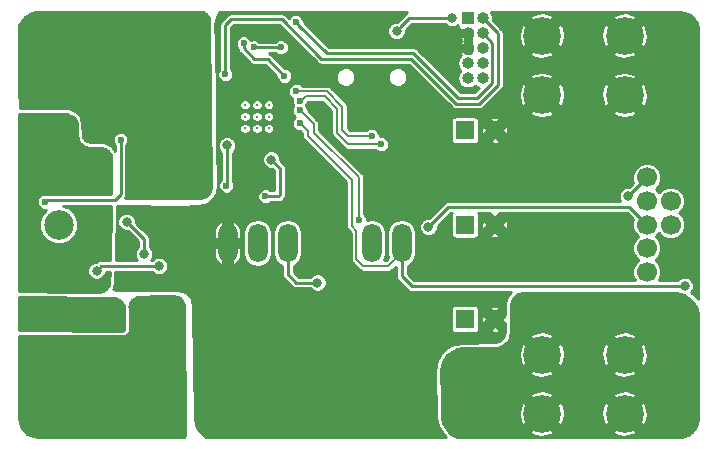
<source format=gbl>
G04 #@! TF.GenerationSoftware,KiCad,Pcbnew,(5.0.0)*
G04 #@! TF.CreationDate,2018-11-03T21:02:49-02:30*
G04 #@! TF.ProjectId,DC-DC Board Micro,44432D444320426F617264204D696372,rev?*
G04 #@! TF.SameCoordinates,Original*
G04 #@! TF.FileFunction,Copper,L2,Bot,Mixed*
G04 #@! TF.FilePolarity,Positive*
%FSLAX46Y46*%
G04 Gerber Fmt 4.6, Leading zero omitted, Abs format (unit mm)*
G04 Created by KiCad (PCBNEW (5.0.0)) date 11/03/18 21:02:49*
%MOMM*%
%LPD*%
G01*
G04 APERTURE LIST*
G04 #@! TA.AperFunction,ComponentPad*
%ADD10R,1.600000X1.600000*%
G04 #@! TD*
G04 #@! TA.AperFunction,ComponentPad*
%ADD11C,1.600000*%
G04 #@! TD*
G04 #@! TA.AperFunction,ComponentPad*
%ADD12O,1.638300X3.276600*%
G04 #@! TD*
G04 #@! TA.AperFunction,ComponentPad*
%ADD13C,3.200000*%
G04 #@! TD*
G04 #@! TA.AperFunction,ComponentPad*
%ADD14R,1.000000X1.000000*%
G04 #@! TD*
G04 #@! TA.AperFunction,ComponentPad*
%ADD15O,1.000000X1.000000*%
G04 #@! TD*
G04 #@! TA.AperFunction,ComponentPad*
%ADD16C,1.500000*%
G04 #@! TD*
G04 #@! TA.AperFunction,ComponentPad*
%ADD17C,1.700000*%
G04 #@! TD*
G04 #@! TA.AperFunction,ComponentPad*
%ADD18C,3.500000*%
G04 #@! TD*
G04 #@! TA.AperFunction,ComponentPad*
%ADD19C,2.500000*%
G04 #@! TD*
G04 #@! TA.AperFunction,ComponentPad*
%ADD20C,0.200000*%
G04 #@! TD*
G04 #@! TA.AperFunction,ViaPad*
%ADD21C,0.600000*%
G04 #@! TD*
G04 #@! TA.AperFunction,ViaPad*
%ADD22C,0.800000*%
G04 #@! TD*
G04 #@! TA.AperFunction,Conductor*
%ADD23C,0.250000*%
G04 #@! TD*
G04 #@! TA.AperFunction,Conductor*
%ADD24C,0.200000*%
G04 #@! TD*
G04 #@! TA.AperFunction,Conductor*
%ADD25C,0.254000*%
G04 #@! TD*
G04 APERTURE END LIST*
D10*
G04 #@! TO.P,C7,1*
G04 #@! TO.N,+12V*
X109000000Y-50000000D03*
D11*
G04 #@! TO.P,C7,2*
G04 #@! TO.N,GND*
X111500000Y-50000000D03*
G04 #@! TD*
D12*
G04 #@! TO.P,J4,2*
G04 #@! TO.N,VIOUT3*
X91440000Y-51562000D03*
G04 #@! TO.P,J4,1*
G04 #@! TO.N,VIOUT2*
X93980000Y-51562000D03*
G04 #@! TO.P,J4,3*
G04 #@! TO.N,GND*
X88900000Y-51562000D03*
G04 #@! TD*
D13*
G04 #@! TO.P,J1,1*
G04 #@! TO.N,/+48V*
X76495000Y-61000000D03*
X83505000Y-61000000D03*
X83505000Y-66000000D03*
X76495000Y-66000000D03*
G04 #@! TD*
G04 #@! TO.P,J2,1*
G04 #@! TO.N,Net-(J2-Pad1)*
X76495000Y-34000000D03*
X83505000Y-34000000D03*
X83505000Y-39000000D03*
X76495000Y-39000000D03*
G04 #@! TD*
D10*
G04 #@! TO.P,C6,1*
G04 #@! TO.N,+12V*
X109000000Y-58000000D03*
D11*
G04 #@! TO.P,C6,2*
G04 #@! TO.N,GND*
X111500000Y-58000000D03*
G04 #@! TD*
D10*
G04 #@! TO.P,C8,1*
G04 #@! TO.N,+12V*
X109000000Y-42000000D03*
D11*
G04 #@! TO.P,C8,2*
G04 #@! TO.N,GND*
X111500000Y-42000000D03*
G04 #@! TD*
D12*
G04 #@! TO.P,J3,2*
G04 #@! TO.N,SCL*
X101092000Y-51562000D03*
G04 #@! TO.P,J3,1*
G04 #@! TO.N,SDA*
X103632000Y-51562000D03*
G04 #@! TD*
D13*
G04 #@! TO.P,J5,1*
G04 #@! TO.N,+12V*
X122505000Y-66000000D03*
X115495000Y-66000000D03*
X115495000Y-61000000D03*
X122505000Y-61000000D03*
G04 #@! TD*
G04 #@! TO.P,J6,1*
G04 #@! TO.N,GND*
X122505000Y-34000000D03*
X115495000Y-34000000D03*
X115495000Y-39000000D03*
X122505000Y-39000000D03*
G04 #@! TD*
D14*
G04 #@! TO.P,J8,1*
G04 #@! TO.N,+3V3*
X109220000Y-32512000D03*
D15*
G04 #@! TO.P,J8,2*
G04 #@! TO.N,SWDIO*
X110490000Y-32512000D03*
G04 #@! TO.P,J8,3*
G04 #@! TO.N,GND*
X109220000Y-33782000D03*
G04 #@! TO.P,J8,4*
G04 #@! TO.N,SWCLK*
X110490000Y-33782000D03*
G04 #@! TO.P,J8,5*
G04 #@! TO.N,GND*
X109220000Y-35052000D03*
G04 #@! TO.P,J8,6*
G04 #@! TO.N,Net-(J8-Pad6)*
X110490000Y-35052000D03*
G04 #@! TO.P,J8,7*
G04 #@! TO.N,Net-(J8-Pad7)*
X109220000Y-36322000D03*
G04 #@! TO.P,J8,8*
G04 #@! TO.N,Net-(J8-Pad8)*
X110490000Y-36322000D03*
G04 #@! TO.P,J8,9*
G04 #@! TO.N,Net-(J8-Pad9)*
X109220000Y-37592000D03*
G04 #@! TO.P,J8,10*
G04 #@! TO.N,~RESET~*
X110490000Y-37592000D03*
G04 #@! TD*
D16*
G04 #@! TO.P,U2,15*
G04 #@! TO.N,GND*
X126400000Y-54000000D03*
D17*
G04 #@! TO.P,U2,14*
G04 #@! TO.N,Net-(U2-Pad14)*
X124400000Y-54000000D03*
G04 #@! TO.P,U2,12*
G04 #@! TO.N,Net-(U2-Pad12)*
X124400000Y-52000000D03*
G04 #@! TO.P,U2,13*
G04 #@! TO.N,GND*
X126400000Y-52000000D03*
G04 #@! TO.P,U2,10*
G04 #@! TO.N,SCL*
X124400000Y-50000000D03*
G04 #@! TO.P,U2,11*
G04 #@! TO.N,SDA*
X126400000Y-50000000D03*
G04 #@! TO.P,U2,9*
G04 #@! TO.N,Net-(C3-Pad1)*
X126400000Y-48000000D03*
G04 #@! TO.P,U2,8*
G04 #@! TO.N,Net-(C4-Pad1)*
X124400000Y-48000000D03*
G04 #@! TO.P,U2,7*
G04 #@! TO.N,GND*
X126400000Y-46000000D03*
G04 #@! TO.P,U2,6*
G04 #@! TO.N,+12V*
X124400000Y-46000000D03*
D18*
G04 #@! TO.P,U2,16*
X125400000Y-57620000D03*
G04 #@! TO.P,U2,5*
G04 #@! TO.N,GND*
X125400000Y-42380000D03*
D19*
G04 #@! TO.P,U2,1*
G04 #@! TO.N,Net-(D1-Pad2)*
X74600000Y-57620000D03*
G04 #@! TO.P,U2,2*
G04 #@! TO.N,Net-(R5-Pad1)*
X74600000Y-50000000D03*
G04 #@! TO.P,U2,4*
G04 #@! TO.N,Earth*
X74600000Y-42380000D03*
G04 #@! TD*
D20*
G04 #@! TO.P,U4,33*
G04 #@! TO.N,N/C*
X90380000Y-41850000D03*
X90380000Y-40850000D03*
X90380000Y-39850000D03*
X91380000Y-41850000D03*
X91380000Y-40849999D03*
X91380000Y-39850000D03*
X92380000Y-41850000D03*
X92380000Y-40850000D03*
X92380000Y-39850000D03*
G04 #@! TD*
D21*
G04 #@! TO.N,/+48V*
X81100000Y-58200000D03*
X82700000Y-57300000D03*
X82800000Y-58700000D03*
X81000000Y-59700000D03*
D22*
X79140000Y-61010000D03*
X80820000Y-62480000D03*
X79200000Y-65400000D03*
X80670000Y-66760000D03*
X84380000Y-63520000D03*
X75250000Y-63510000D03*
X73740000Y-67210000D03*
X72340000Y-65560000D03*
X73970000Y-64630000D03*
X72390000Y-62510000D03*
X73720000Y-60550000D03*
X81800000Y-64000000D03*
X77700000Y-63500000D03*
G04 #@! TO.N,+12V*
X127650000Y-66820000D03*
X125260000Y-65370000D03*
X127360000Y-62240000D03*
X125480000Y-61060000D03*
X127850000Y-59710000D03*
X124140000Y-63400000D03*
X120980000Y-63370000D03*
X117300000Y-63450000D03*
X113600000Y-63440000D03*
X118390000Y-67130000D03*
X119400000Y-64940000D03*
X119020000Y-62120000D03*
X120030000Y-60270000D03*
X117860000Y-59040000D03*
X122380000Y-58200000D03*
X116320000Y-56360000D03*
X114520000Y-58240000D03*
X112700000Y-62000000D03*
X110900000Y-63600000D03*
X108500000Y-62200000D03*
X108180000Y-64330000D03*
X111590000Y-65410000D03*
X109190000Y-66650000D03*
X112740000Y-67100000D03*
X119970000Y-57660000D03*
X122500000Y-56340000D03*
X127490000Y-64520000D03*
X122816514Y-47584413D03*
G04 #@! TO.N,GND*
X80512653Y-52612653D03*
X83290000Y-55010000D03*
X115210000Y-42710000D03*
X117348000Y-41480000D03*
X119634000Y-42672000D03*
X122670000Y-41650000D03*
X119000000Y-39770000D03*
X120040000Y-37890000D03*
X117190000Y-36500000D03*
X114200000Y-36540000D03*
X118410000Y-34480000D03*
X117650000Y-32830000D03*
X119880000Y-32830000D03*
X119900000Y-36000000D03*
X122174000Y-36420000D03*
X125220000Y-38550000D03*
X127840000Y-40640000D03*
X127600000Y-37800000D03*
X125984000Y-35052000D03*
X127762000Y-33528000D03*
X125580000Y-33240000D03*
X121200000Y-47574990D03*
X98800000Y-38800000D03*
X105100000Y-49500000D03*
X99600000Y-44000000D03*
X103900000Y-34500000D03*
X103900000Y-40400000D03*
X90100000Y-44600000D03*
X95000000Y-42800000D03*
X94800000Y-35500000D03*
D21*
X91855000Y-37365384D03*
D22*
X100000000Y-33600000D03*
D21*
X89758051Y-33258051D03*
D22*
X104800000Y-38000000D03*
X98600000Y-50400000D03*
G04 #@! TO.N,Earth*
X72750000Y-51450000D03*
X77740000Y-44000000D03*
X77760000Y-45200000D03*
X76120000Y-44820000D03*
X74440000Y-45740000D03*
X73630000Y-44330000D03*
X72350001Y-45590000D03*
X71860000Y-43390000D03*
X72500000Y-41420000D03*
G04 #@! TO.N,+3V3*
X77800000Y-53900000D03*
X83100000Y-53500000D03*
X107900000Y-32500000D03*
X103200000Y-33600000D03*
D21*
X90262653Y-34662653D03*
X93700000Y-37400000D03*
D22*
G04 #@! TO.N,SDA*
X127600000Y-55200000D03*
D21*
X95000000Y-41400000D03*
D22*
G04 #@! TO.N,SCL*
X105900000Y-50200000D03*
D21*
X95000000Y-40300000D03*
X100000010Y-49600000D03*
G04 #@! TO.N,Net-(D1-Pad2)*
X76900000Y-58500000D03*
X76600000Y-56700000D03*
X77800000Y-57300000D03*
X78600000Y-58500000D03*
G04 #@! TO.N,Net-(Q1-Pad1)*
X79850000Y-42800000D03*
X73430000Y-48060000D03*
D22*
G04 #@! TO.N,VIOUT3*
X88825000Y-43300000D03*
D21*
X88800006Y-46700000D03*
D22*
G04 #@! TO.N,VIOUT2*
X96500000Y-54900000D03*
D21*
G04 #@! TO.N,Net-(C21-Pad1)*
X93400000Y-35000000D03*
X91100000Y-35000000D03*
D22*
G04 #@! TO.N,Net-(J2-Pad1)*
X74220000Y-32600000D03*
X79810000Y-32810000D03*
X80720000Y-34140000D03*
X73520000Y-34510000D03*
X74910000Y-37090000D03*
X73490000Y-39310000D03*
X72050000Y-38320000D03*
X77290000Y-36590000D03*
X78870000Y-35590000D03*
X81110000Y-37320000D03*
X82500000Y-36410000D03*
X79550000Y-39880000D03*
X81550000Y-46070000D03*
X83990000Y-46110000D03*
X86370000Y-46100000D03*
X86350000Y-44120000D03*
X83990000Y-44090000D03*
X81520000Y-44170000D03*
X86340000Y-42370000D03*
X84050000Y-42340000D03*
X81510000Y-42370000D03*
X72000000Y-33100000D03*
D21*
G04 #@! TO.N,USB-*
X95000000Y-39500000D03*
X101900000Y-43200000D03*
G04 #@! TO.N,USB+*
X94700000Y-38700000D03*
X101100000Y-42500000D03*
G04 #@! TO.N,SWCLK*
X94663783Y-32852319D03*
G04 #@! TO.N,SWDIO*
X88712653Y-37287347D03*
D22*
G04 #@! TO.N,Net-(R4-Pad2)*
X81800000Y-52500000D03*
X80350000Y-49750000D03*
G04 #@! TO.N,Net-(R11-Pad1)*
X92600000Y-44500000D03*
D21*
X92100000Y-47600000D03*
G04 #@! TD*
D23*
G04 #@! TO.N,+12V*
X122816514Y-47583486D02*
X122816514Y-47584413D01*
X124400000Y-46000000D02*
X122816514Y-47583486D01*
G04 #@! TO.N,Earth*
X73350001Y-43629999D02*
X74600000Y-42380000D01*
X72350001Y-51050001D02*
X72350001Y-45590000D01*
X72750000Y-51450000D02*
X72350001Y-51050001D01*
X72350001Y-44629999D02*
X73350001Y-43629999D01*
X72350001Y-45590000D02*
X72350001Y-44629999D01*
G04 #@! TO.N,+3V3*
X78199999Y-53500001D02*
X77800000Y-53900000D01*
X83100000Y-53500000D02*
X78199999Y-53500001D01*
X104300000Y-32500000D02*
X103599999Y-33200001D01*
X107900000Y-32500000D02*
X104300000Y-32500000D01*
X103599999Y-33200001D02*
X103200000Y-33600000D01*
X90262653Y-35086917D02*
X91175736Y-36000000D01*
X90262653Y-34662653D02*
X90262653Y-35086917D01*
X91175736Y-36000000D02*
X92300000Y-36000000D01*
X92300000Y-36000000D02*
X93700000Y-37400000D01*
G04 #@! TO.N,SDA*
X127600000Y-55200000D02*
X104476000Y-55200000D01*
X103632000Y-54356000D02*
X103632000Y-51562000D01*
X104476000Y-55200000D02*
X103632000Y-54356000D01*
D24*
X103632000Y-52381150D02*
X103632000Y-51562000D01*
X95700001Y-42100001D02*
X95700001Y-42500001D01*
X95000000Y-41400000D02*
X95700001Y-42100001D01*
X95700001Y-42500001D02*
X99400000Y-46200000D01*
X102512840Y-53500310D02*
X103632000Y-52381150D01*
X100400310Y-53500310D02*
X102512840Y-53500310D01*
X100400310Y-53500310D02*
X99800000Y-52900000D01*
X99800000Y-50500000D02*
X99400000Y-50100000D01*
X99800000Y-52900000D02*
X99800000Y-50500000D01*
X99400000Y-46200000D02*
X99400000Y-50100000D01*
D23*
G04 #@! TO.N,SCL*
X106299999Y-49800001D02*
X105900000Y-50200000D01*
X122900000Y-48500000D02*
X107600000Y-48500000D01*
X124400000Y-50000000D02*
X122900000Y-48500000D01*
X107600000Y-48500000D02*
X106299999Y-49800001D01*
D24*
X96200000Y-41500000D02*
X96200000Y-42200000D01*
X96200000Y-42200000D02*
X100000010Y-46000010D01*
X100000010Y-46000010D02*
X100000010Y-49175736D01*
X100000010Y-49175736D02*
X100000010Y-49600000D01*
X95000000Y-40300000D02*
X96200000Y-41500000D01*
D23*
G04 #@! TO.N,Net-(Q1-Pad1)*
X73590000Y-47900000D02*
X73430000Y-48060000D01*
X79360000Y-47900000D02*
X73590000Y-47900000D01*
X79850000Y-42800000D02*
X79850000Y-47410000D01*
X79850000Y-47410000D02*
X79360000Y-47900000D01*
G04 #@! TO.N,VIOUT3*
X88825000Y-43300000D02*
X88825000Y-46675006D01*
X88825000Y-46675006D02*
X88800006Y-46700000D01*
G04 #@! TO.N,VIOUT2*
X93980000Y-51562000D02*
X93980000Y-54180000D01*
X93980000Y-54180000D02*
X94700000Y-54900000D01*
X96500000Y-54900000D02*
X94700000Y-54900000D01*
G04 #@! TO.N,Net-(C21-Pad1)*
X91100000Y-35000000D02*
X93400000Y-35000000D01*
D24*
G04 #@! TO.N,USB-*
X99100000Y-43200000D02*
X101900000Y-43200000D01*
X95150010Y-39500000D02*
X95500000Y-39150010D01*
X95000000Y-39500000D02*
X95150010Y-39500000D01*
X95500000Y-39150010D02*
X97113600Y-39150010D01*
X97113600Y-39150010D02*
X98149990Y-40186400D01*
X98149990Y-40186400D02*
X98149990Y-42249990D01*
X98149990Y-42249990D02*
X99100000Y-43200000D01*
G04 #@! TO.N,USB+*
X94700000Y-38700000D02*
X97300000Y-38700000D01*
X97300000Y-38700000D02*
X98600000Y-40000000D01*
X98600000Y-40000000D02*
X98600000Y-42000000D01*
X98600000Y-42000000D02*
X99100000Y-42500000D01*
X99100000Y-42500000D02*
X101100000Y-42500000D01*
D23*
G04 #@! TO.N,SWCLK*
X111315000Y-37988002D02*
X110003002Y-39300000D01*
X104636411Y-35500000D02*
X97311464Y-35500000D01*
X110003002Y-39300000D02*
X108436410Y-39300000D01*
X97311464Y-35500000D02*
X94963782Y-33152318D01*
X108436410Y-39300000D02*
X104636411Y-35500000D01*
X110490000Y-33782000D02*
X111315000Y-34607000D01*
X94963782Y-33152318D02*
X94663783Y-32852319D01*
X111315000Y-34607000D02*
X111315000Y-37988002D01*
G04 #@! TO.N,SWDIO*
X110989999Y-33011999D02*
X110490000Y-32512000D01*
X111765011Y-33787011D02*
X110989999Y-33011999D01*
X93486467Y-32600000D02*
X96836478Y-35950011D01*
X111765011Y-38174402D02*
X111765011Y-33787011D01*
X108250011Y-39750011D02*
X110189402Y-39750011D01*
X88712653Y-33087347D02*
X89200000Y-32600000D01*
X88712653Y-37287347D02*
X88712653Y-33087347D01*
X89200000Y-32600000D02*
X93486467Y-32600000D01*
X104450011Y-35950011D02*
X108250011Y-39750011D01*
X96836478Y-35950011D02*
X104450011Y-35950011D01*
X110189402Y-39750011D02*
X111765011Y-38174402D01*
G04 #@! TO.N,Net-(R4-Pad2)*
X81800000Y-52500000D02*
X81800000Y-51200000D01*
X81800000Y-51200000D02*
X80749999Y-50149999D01*
X80749999Y-50149999D02*
X80350000Y-49750000D01*
G04 #@! TO.N,Net-(R11-Pad1)*
X92600000Y-44500000D02*
X93300000Y-45200000D01*
X92100000Y-47600000D02*
X93200000Y-47600000D01*
X93300000Y-47500000D02*
X93300000Y-45200000D01*
X93200000Y-47600000D02*
X93300000Y-47500000D01*
G04 #@! TD*
D25*
G04 #@! TO.N,GND*
G36*
X103938079Y-32138079D02*
X103910075Y-32179991D01*
X103279993Y-32810073D01*
X103279990Y-32810075D01*
X103267065Y-32823000D01*
X103045445Y-32823000D01*
X102759865Y-32941291D01*
X102541291Y-33159865D01*
X102423000Y-33445445D01*
X102423000Y-33754555D01*
X102541291Y-34040135D01*
X102759865Y-34258709D01*
X103045445Y-34377000D01*
X103354555Y-34377000D01*
X103640135Y-34258709D01*
X103746603Y-34152241D01*
X108480506Y-34152241D01*
X108594932Y-34323549D01*
X108715214Y-34417000D01*
X108594932Y-34510451D01*
X108480506Y-34681759D01*
X108517933Y-34802000D01*
X108970000Y-34802000D01*
X108970000Y-34032000D01*
X108517933Y-34032000D01*
X108480506Y-34152241D01*
X103746603Y-34152241D01*
X103858709Y-34040135D01*
X103977000Y-33754555D01*
X103977000Y-33532935D01*
X103989925Y-33520010D01*
X103989927Y-33520007D01*
X104507935Y-33002000D01*
X107303156Y-33002000D01*
X107459865Y-33158709D01*
X107745445Y-33277000D01*
X108054555Y-33277000D01*
X108340135Y-33158709D01*
X108360706Y-33138138D01*
X108364875Y-33159098D01*
X108448199Y-33283801D01*
X108529632Y-33338213D01*
X108480506Y-33411759D01*
X108517933Y-33532000D01*
X108970000Y-33532000D01*
X108970000Y-33396385D01*
X109470000Y-33396385D01*
X109470000Y-33532000D01*
X109613000Y-33532000D01*
X109613000Y-33695625D01*
X109595819Y-33782000D01*
X109613000Y-33868375D01*
X109613000Y-34032000D01*
X109470000Y-34032000D01*
X109470000Y-34802000D01*
X109613000Y-34802000D01*
X109613000Y-34965625D01*
X109595819Y-35052000D01*
X109613000Y-35138375D01*
X109613000Y-35302000D01*
X109470000Y-35302000D01*
X109470000Y-35445000D01*
X108970000Y-35445000D01*
X108970000Y-35302000D01*
X108517933Y-35302000D01*
X108480506Y-35422241D01*
X108594932Y-35593549D01*
X108658145Y-35642661D01*
X108587719Y-35689719D01*
X108393884Y-35979812D01*
X108325819Y-36322000D01*
X108393884Y-36664188D01*
X108587719Y-36954281D01*
X108591788Y-36957000D01*
X108587719Y-36959719D01*
X108393884Y-37249812D01*
X108325819Y-37592000D01*
X108393884Y-37934188D01*
X108587719Y-38224281D01*
X108877812Y-38418116D01*
X109133625Y-38469000D01*
X109306375Y-38469000D01*
X109562188Y-38418116D01*
X109852281Y-38224281D01*
X109855000Y-38220212D01*
X109857719Y-38224281D01*
X110147812Y-38418116D01*
X110170449Y-38422619D01*
X109795068Y-38798000D01*
X108644345Y-38798000D01*
X105026336Y-35179990D01*
X104998332Y-35138079D01*
X104832281Y-35027127D01*
X104685850Y-34998000D01*
X104685845Y-34998000D01*
X104636411Y-34988167D01*
X104586977Y-34998000D01*
X97519399Y-34998000D01*
X95340783Y-32819385D01*
X95340783Y-32717655D01*
X95237716Y-32468829D01*
X95047273Y-32278386D01*
X94798447Y-32175319D01*
X94529119Y-32175319D01*
X94280293Y-32278386D01*
X94089850Y-32468829D01*
X94082639Y-32486238D01*
X93876394Y-32279993D01*
X93848388Y-32238079D01*
X93682337Y-32127127D01*
X93535906Y-32098000D01*
X93535901Y-32098000D01*
X93486467Y-32088167D01*
X93437033Y-32098000D01*
X89249434Y-32098000D01*
X89200000Y-32088167D01*
X89150566Y-32098000D01*
X89150561Y-32098000D01*
X89004130Y-32127127D01*
X88969780Y-32150079D01*
X88891336Y-32202494D01*
X88838079Y-32238079D01*
X88810074Y-32279991D01*
X88392644Y-32697422D01*
X88350733Y-32725426D01*
X88322729Y-32767337D01*
X88322727Y-32767339D01*
X88264697Y-32854188D01*
X88239781Y-32891477D01*
X88226261Y-32959449D01*
X88200820Y-33087347D01*
X88210654Y-33136786D01*
X88210653Y-36831924D01*
X88138720Y-36903857D01*
X88035653Y-37152683D01*
X88035653Y-37422011D01*
X88138720Y-37670837D01*
X88329163Y-37861280D01*
X88577989Y-37964347D01*
X88847317Y-37964347D01*
X89096143Y-37861280D01*
X89286586Y-37670837D01*
X89389653Y-37422011D01*
X89389653Y-37152683D01*
X89286586Y-36903857D01*
X89214653Y-36831924D01*
X89214653Y-34527989D01*
X89585653Y-34527989D01*
X89585653Y-34797317D01*
X89688720Y-35046143D01*
X89756115Y-35113538D01*
X89760653Y-35136351D01*
X89760653Y-35136356D01*
X89772492Y-35195870D01*
X89789781Y-35282787D01*
X89872727Y-35406925D01*
X89872729Y-35406927D01*
X89900733Y-35448838D01*
X89942644Y-35476842D01*
X90785812Y-36320012D01*
X90813815Y-36361921D01*
X90855723Y-36389923D01*
X90855726Y-36389926D01*
X90905052Y-36422884D01*
X90979866Y-36472873D01*
X91126297Y-36502000D01*
X91126301Y-36502000D01*
X91175735Y-36511833D01*
X91225169Y-36502000D01*
X92092066Y-36502000D01*
X93023000Y-37432935D01*
X93023000Y-37534664D01*
X93126067Y-37783490D01*
X93316510Y-37973933D01*
X93565336Y-38077000D01*
X93834664Y-38077000D01*
X94083490Y-37973933D01*
X94273933Y-37783490D01*
X94377000Y-37534664D01*
X94377000Y-37335499D01*
X98065000Y-37335499D01*
X98065000Y-37664501D01*
X98190903Y-37968458D01*
X98423542Y-38201097D01*
X98727499Y-38327000D01*
X99056501Y-38327000D01*
X99360458Y-38201097D01*
X99593097Y-37968458D01*
X99719000Y-37664501D01*
X99719000Y-37335499D01*
X102465000Y-37335499D01*
X102465000Y-37664501D01*
X102590903Y-37968458D01*
X102823542Y-38201097D01*
X103127499Y-38327000D01*
X103456501Y-38327000D01*
X103760458Y-38201097D01*
X103993097Y-37968458D01*
X104119000Y-37664501D01*
X104119000Y-37335499D01*
X103993097Y-37031542D01*
X103760458Y-36798903D01*
X103456501Y-36673000D01*
X103127499Y-36673000D01*
X102823542Y-36798903D01*
X102590903Y-37031542D01*
X102465000Y-37335499D01*
X99719000Y-37335499D01*
X99593097Y-37031542D01*
X99360458Y-36798903D01*
X99056501Y-36673000D01*
X98727499Y-36673000D01*
X98423542Y-36798903D01*
X98190903Y-37031542D01*
X98065000Y-37335499D01*
X94377000Y-37335499D01*
X94377000Y-37265336D01*
X94273933Y-37016510D01*
X94083490Y-36826067D01*
X93834664Y-36723000D01*
X93732935Y-36723000D01*
X92689927Y-35679993D01*
X92661921Y-35638079D01*
X92495870Y-35527127D01*
X92369548Y-35502000D01*
X92944577Y-35502000D01*
X93016510Y-35573933D01*
X93265336Y-35677000D01*
X93534664Y-35677000D01*
X93783490Y-35573933D01*
X93973933Y-35383490D01*
X94077000Y-35134664D01*
X94077000Y-34865336D01*
X93973933Y-34616510D01*
X93783490Y-34426067D01*
X93534664Y-34323000D01*
X93265336Y-34323000D01*
X93016510Y-34426067D01*
X92944577Y-34498000D01*
X91555423Y-34498000D01*
X91483490Y-34426067D01*
X91234664Y-34323000D01*
X90965336Y-34323000D01*
X90870940Y-34362100D01*
X90836586Y-34279163D01*
X90646143Y-34088720D01*
X90397317Y-33985653D01*
X90127989Y-33985653D01*
X89879163Y-34088720D01*
X89688720Y-34279163D01*
X89585653Y-34527989D01*
X89214653Y-34527989D01*
X89214653Y-33295281D01*
X89407935Y-33102000D01*
X93278533Y-33102000D01*
X96446553Y-36270021D01*
X96474557Y-36311932D01*
X96640608Y-36422884D01*
X96787039Y-36452011D01*
X96787044Y-36452011D01*
X96836478Y-36461844D01*
X96885912Y-36452011D01*
X104242077Y-36452011D01*
X107860086Y-40070021D01*
X107888090Y-40111932D01*
X107930001Y-40139936D01*
X107930002Y-40139937D01*
X108054140Y-40222884D01*
X108085340Y-40229090D01*
X108200572Y-40252011D01*
X108200576Y-40252011D01*
X108250011Y-40261844D01*
X108299446Y-40252011D01*
X110139968Y-40252011D01*
X110189402Y-40261844D01*
X110238836Y-40252011D01*
X110238841Y-40252011D01*
X110385272Y-40222884D01*
X110551323Y-40111932D01*
X110579329Y-40070018D01*
X111736974Y-38912373D01*
X113532204Y-38912373D01*
X113648080Y-39670173D01*
X113715146Y-39832086D01*
X113926150Y-40041348D01*
X114967498Y-39000000D01*
X116022502Y-39000000D01*
X117063850Y-40041348D01*
X117274854Y-39832086D01*
X117457796Y-39087627D01*
X117430998Y-38912373D01*
X120542204Y-38912373D01*
X120658080Y-39670173D01*
X120725146Y-39832086D01*
X120936150Y-40041348D01*
X121977498Y-39000000D01*
X123032502Y-39000000D01*
X124073850Y-40041348D01*
X124284854Y-39832086D01*
X124467796Y-39087627D01*
X124351920Y-38329827D01*
X124284854Y-38167914D01*
X124073850Y-37958652D01*
X123032502Y-39000000D01*
X121977498Y-39000000D01*
X120936150Y-37958652D01*
X120725146Y-38167914D01*
X120542204Y-38912373D01*
X117430998Y-38912373D01*
X117341920Y-38329827D01*
X117274854Y-38167914D01*
X117063850Y-37958652D01*
X116022502Y-39000000D01*
X114967498Y-39000000D01*
X113926150Y-37958652D01*
X113715146Y-38167914D01*
X113532204Y-38912373D01*
X111736974Y-38912373D01*
X112085021Y-38564327D01*
X112126932Y-38536323D01*
X112237884Y-38370272D01*
X112267011Y-38223841D01*
X112267011Y-38223836D01*
X112276844Y-38174402D01*
X112267011Y-38124968D01*
X112267011Y-37431150D01*
X114453652Y-37431150D01*
X115495000Y-38472498D01*
X116536348Y-37431150D01*
X121463652Y-37431150D01*
X122505000Y-38472498D01*
X123546348Y-37431150D01*
X123337086Y-37220146D01*
X122592627Y-37037204D01*
X121834827Y-37153080D01*
X121672914Y-37220146D01*
X121463652Y-37431150D01*
X116536348Y-37431150D01*
X116327086Y-37220146D01*
X115582627Y-37037204D01*
X114824827Y-37153080D01*
X114662914Y-37220146D01*
X114453652Y-37431150D01*
X112267011Y-37431150D01*
X112267011Y-35568850D01*
X114453652Y-35568850D01*
X114662914Y-35779854D01*
X115407373Y-35962796D01*
X116165173Y-35846920D01*
X116327086Y-35779854D01*
X116536348Y-35568850D01*
X121463652Y-35568850D01*
X121672914Y-35779854D01*
X122417373Y-35962796D01*
X123175173Y-35846920D01*
X123337086Y-35779854D01*
X123546348Y-35568850D01*
X122505000Y-34527502D01*
X121463652Y-35568850D01*
X116536348Y-35568850D01*
X115495000Y-34527502D01*
X114453652Y-35568850D01*
X112267011Y-35568850D01*
X112267011Y-33912373D01*
X113532204Y-33912373D01*
X113648080Y-34670173D01*
X113715146Y-34832086D01*
X113926150Y-35041348D01*
X114967498Y-34000000D01*
X116022502Y-34000000D01*
X117063850Y-35041348D01*
X117274854Y-34832086D01*
X117457796Y-34087627D01*
X117430998Y-33912373D01*
X120542204Y-33912373D01*
X120658080Y-34670173D01*
X120725146Y-34832086D01*
X120936150Y-35041348D01*
X121977498Y-34000000D01*
X123032502Y-34000000D01*
X124073850Y-35041348D01*
X124284854Y-34832086D01*
X124467796Y-34087627D01*
X124351920Y-33329827D01*
X124284854Y-33167914D01*
X124073850Y-32958652D01*
X123032502Y-34000000D01*
X121977498Y-34000000D01*
X120936150Y-32958652D01*
X120725146Y-33167914D01*
X120542204Y-33912373D01*
X117430998Y-33912373D01*
X117341920Y-33329827D01*
X117274854Y-33167914D01*
X117063850Y-32958652D01*
X116022502Y-34000000D01*
X114967498Y-34000000D01*
X113926150Y-32958652D01*
X113715146Y-33167914D01*
X113532204Y-33912373D01*
X112267011Y-33912373D01*
X112267011Y-33836444D01*
X112276844Y-33787010D01*
X112267011Y-33737576D01*
X112267011Y-33737572D01*
X112237884Y-33591141D01*
X112218361Y-33561922D01*
X112161800Y-33477273D01*
X112126932Y-33425090D01*
X112085020Y-33397086D01*
X111379926Y-32691992D01*
X111379924Y-32691989D01*
X111353613Y-32665678D01*
X111384181Y-32512000D01*
X111368100Y-32431150D01*
X114453652Y-32431150D01*
X115495000Y-33472498D01*
X116536348Y-32431150D01*
X121463652Y-32431150D01*
X122505000Y-33472498D01*
X123546348Y-32431150D01*
X123337086Y-32220146D01*
X122592627Y-32037204D01*
X121834827Y-32153080D01*
X121672914Y-32220146D01*
X121463652Y-32431150D01*
X116536348Y-32431150D01*
X116327086Y-32220146D01*
X115582627Y-32037204D01*
X114824827Y-32153080D01*
X114662914Y-32220146D01*
X114453652Y-32431150D01*
X111368100Y-32431150D01*
X111316116Y-32169812D01*
X111227373Y-32037000D01*
X127167798Y-32037000D01*
X127633178Y-32103647D01*
X128031533Y-32284769D01*
X128363041Y-32570415D01*
X128601054Y-32937623D01*
X128730914Y-33371846D01*
X128748000Y-33601769D01*
X128748001Y-56306486D01*
X128700630Y-56242425D01*
X128259020Y-55806961D01*
X128164056Y-55738776D01*
X128161405Y-55737439D01*
X128258709Y-55640135D01*
X128377000Y-55354555D01*
X128377000Y-55045445D01*
X128258709Y-54759865D01*
X128040135Y-54541291D01*
X127754555Y-54423000D01*
X127445445Y-54423000D01*
X127159865Y-54541291D01*
X127003156Y-54698000D01*
X125437239Y-54698000D01*
X125440200Y-54695039D01*
X125627000Y-54244065D01*
X125627000Y-53755935D01*
X125440200Y-53304961D01*
X125135239Y-53000000D01*
X125440200Y-52695039D01*
X125627000Y-52244065D01*
X125627000Y-51755935D01*
X125440200Y-51304961D01*
X125135239Y-51000000D01*
X125400000Y-50735239D01*
X125704961Y-51040200D01*
X126155935Y-51227000D01*
X126644065Y-51227000D01*
X127095039Y-51040200D01*
X127440200Y-50695039D01*
X127627000Y-50244065D01*
X127627000Y-49755935D01*
X127440200Y-49304961D01*
X127135239Y-49000000D01*
X127440200Y-48695039D01*
X127627000Y-48244065D01*
X127627000Y-47755935D01*
X127440200Y-47304961D01*
X127095039Y-46959800D01*
X126644065Y-46773000D01*
X126155935Y-46773000D01*
X125704961Y-46959800D01*
X125400000Y-47264761D01*
X125135239Y-47000000D01*
X125440200Y-46695039D01*
X125627000Y-46244065D01*
X125627000Y-45755935D01*
X125440200Y-45304961D01*
X125095039Y-44959800D01*
X124644065Y-44773000D01*
X124155935Y-44773000D01*
X123704961Y-44959800D01*
X123359800Y-45304961D01*
X123173000Y-45755935D01*
X123173000Y-46244065D01*
X123252960Y-46437105D01*
X122882653Y-46807413D01*
X122661959Y-46807413D01*
X122376379Y-46925704D01*
X122157805Y-47144278D01*
X122039514Y-47429858D01*
X122039514Y-47738968D01*
X122146808Y-47998000D01*
X107649433Y-47998000D01*
X107599999Y-47988167D01*
X107550565Y-47998000D01*
X107550561Y-47998000D01*
X107404130Y-48027127D01*
X107238079Y-48138079D01*
X107210075Y-48179990D01*
X105979993Y-49410073D01*
X105979990Y-49410075D01*
X105967065Y-49423000D01*
X105745445Y-49423000D01*
X105459865Y-49541291D01*
X105241291Y-49759865D01*
X105123000Y-50045445D01*
X105123000Y-50354555D01*
X105241291Y-50640135D01*
X105459865Y-50858709D01*
X105745445Y-50977000D01*
X106054555Y-50977000D01*
X106340135Y-50858709D01*
X106558709Y-50640135D01*
X106677000Y-50354555D01*
X106677000Y-50132935D01*
X106689925Y-50120010D01*
X106689927Y-50120007D01*
X107807935Y-49002000D01*
X107878887Y-49002000D01*
X107844875Y-49052902D01*
X107815615Y-49200000D01*
X107815615Y-50800000D01*
X107844875Y-50947098D01*
X107928199Y-51071801D01*
X108052902Y-51155125D01*
X108200000Y-51184385D01*
X109800000Y-51184385D01*
X109947098Y-51155125D01*
X110071801Y-51071801D01*
X110139234Y-50970880D01*
X111056622Y-50970880D01*
X111162926Y-51098528D01*
X111608973Y-51143900D01*
X111837074Y-51098528D01*
X111943378Y-50970880D01*
X111500000Y-50527502D01*
X111056622Y-50970880D01*
X110139234Y-50970880D01*
X110155125Y-50947098D01*
X110184385Y-50800000D01*
X110184385Y-50108973D01*
X110356100Y-50108973D01*
X110401472Y-50337074D01*
X110529120Y-50443378D01*
X110972498Y-50000000D01*
X112027502Y-50000000D01*
X112470880Y-50443378D01*
X112598528Y-50337074D01*
X112643900Y-49891027D01*
X112598528Y-49662926D01*
X112470880Y-49556622D01*
X112027502Y-50000000D01*
X110972498Y-50000000D01*
X110529120Y-49556622D01*
X110401472Y-49662926D01*
X110356100Y-50108973D01*
X110184385Y-50108973D01*
X110184385Y-49200000D01*
X110155125Y-49052902D01*
X110121113Y-49002000D01*
X111079207Y-49002000D01*
X111056622Y-49029120D01*
X111500000Y-49472498D01*
X111943378Y-49029120D01*
X111920793Y-49002000D01*
X122692066Y-49002000D01*
X123252960Y-49562895D01*
X123173000Y-49755935D01*
X123173000Y-50244065D01*
X123359800Y-50695039D01*
X123664761Y-51000000D01*
X123359800Y-51304961D01*
X123173000Y-51755935D01*
X123173000Y-52244065D01*
X123359800Y-52695039D01*
X123664761Y-53000000D01*
X123359800Y-53304961D01*
X123173000Y-53755935D01*
X123173000Y-54244065D01*
X123359800Y-54695039D01*
X123362761Y-54698000D01*
X104683936Y-54698000D01*
X104134000Y-54148066D01*
X104134000Y-53484320D01*
X104494375Y-53243525D01*
X104758748Y-52847864D01*
X104828150Y-52498956D01*
X104828150Y-50625044D01*
X104758748Y-50276136D01*
X104494375Y-49880475D01*
X104098714Y-49616102D01*
X103632000Y-49523267D01*
X103165287Y-49616102D01*
X102769626Y-49880475D01*
X102505253Y-50276136D01*
X102435850Y-50625044D01*
X102435850Y-52498955D01*
X102502839Y-52835732D01*
X102315261Y-53023310D01*
X102101518Y-53023310D01*
X102218748Y-52847864D01*
X102288150Y-52498956D01*
X102288150Y-50625044D01*
X102218748Y-50276136D01*
X101954375Y-49880475D01*
X101558714Y-49616102D01*
X101092000Y-49523267D01*
X100677010Y-49605814D01*
X100677010Y-49465336D01*
X100573943Y-49216510D01*
X100477010Y-49119577D01*
X100477010Y-46046985D01*
X100486354Y-46000010D01*
X100449333Y-45813894D01*
X100370516Y-45695936D01*
X100343907Y-45656113D01*
X100304085Y-45629505D01*
X96677000Y-42002421D01*
X96677000Y-41546970D01*
X96686343Y-41499999D01*
X96677000Y-41453026D01*
X96677000Y-41453025D01*
X96649323Y-41313884D01*
X96543897Y-41156103D01*
X96504075Y-41129495D01*
X95677000Y-40302421D01*
X95677000Y-40165336D01*
X95573933Y-39916510D01*
X95557423Y-39900000D01*
X95573933Y-39883490D01*
X95667860Y-39656729D01*
X95697580Y-39627010D01*
X96916021Y-39627010D01*
X97672990Y-40383980D01*
X97672991Y-42203014D01*
X97663647Y-42249990D01*
X97700667Y-42436105D01*
X97772692Y-42543897D01*
X97806094Y-42593887D01*
X97845917Y-42620496D01*
X98729494Y-43504074D01*
X98756103Y-43543897D01*
X98913884Y-43649323D01*
X99053025Y-43677000D01*
X99053028Y-43677000D01*
X99099999Y-43686343D01*
X99146970Y-43677000D01*
X101419577Y-43677000D01*
X101516510Y-43773933D01*
X101765336Y-43877000D01*
X102034664Y-43877000D01*
X102283490Y-43773933D01*
X102473933Y-43583490D01*
X102577000Y-43334664D01*
X102577000Y-43065336D01*
X102473933Y-42816510D01*
X102283490Y-42626067D01*
X102034664Y-42523000D01*
X101777000Y-42523000D01*
X101777000Y-42365336D01*
X101673933Y-42116510D01*
X101483490Y-41926067D01*
X101234664Y-41823000D01*
X100965336Y-41823000D01*
X100716510Y-41926067D01*
X100619577Y-42023000D01*
X99297580Y-42023000D01*
X99077000Y-41802421D01*
X99077000Y-41200000D01*
X107815615Y-41200000D01*
X107815615Y-42800000D01*
X107844875Y-42947098D01*
X107928199Y-43071801D01*
X108052902Y-43155125D01*
X108200000Y-43184385D01*
X109800000Y-43184385D01*
X109947098Y-43155125D01*
X110071801Y-43071801D01*
X110139234Y-42970880D01*
X111056622Y-42970880D01*
X111162926Y-43098528D01*
X111608973Y-43143900D01*
X111837074Y-43098528D01*
X111943378Y-42970880D01*
X111500000Y-42527502D01*
X111056622Y-42970880D01*
X110139234Y-42970880D01*
X110155125Y-42947098D01*
X110184385Y-42800000D01*
X110184385Y-42108973D01*
X110356100Y-42108973D01*
X110401472Y-42337074D01*
X110529120Y-42443378D01*
X110972498Y-42000000D01*
X112027502Y-42000000D01*
X112470880Y-42443378D01*
X112598528Y-42337074D01*
X112643900Y-41891027D01*
X112598528Y-41662926D01*
X112470880Y-41556622D01*
X112027502Y-42000000D01*
X110972498Y-42000000D01*
X110529120Y-41556622D01*
X110401472Y-41662926D01*
X110356100Y-42108973D01*
X110184385Y-42108973D01*
X110184385Y-41200000D01*
X110155125Y-41052902D01*
X110139235Y-41029120D01*
X111056622Y-41029120D01*
X111500000Y-41472498D01*
X111943378Y-41029120D01*
X111837074Y-40901472D01*
X111391027Y-40856100D01*
X111162926Y-40901472D01*
X111056622Y-41029120D01*
X110139235Y-41029120D01*
X110071801Y-40928199D01*
X109947098Y-40844875D01*
X109800000Y-40815615D01*
X108200000Y-40815615D01*
X108052902Y-40844875D01*
X107928199Y-40928199D01*
X107844875Y-41052902D01*
X107815615Y-41200000D01*
X99077000Y-41200000D01*
X99077000Y-40568850D01*
X114453652Y-40568850D01*
X114662914Y-40779854D01*
X115407373Y-40962796D01*
X116165173Y-40846920D01*
X116327086Y-40779854D01*
X116536348Y-40568850D01*
X121463652Y-40568850D01*
X121672914Y-40779854D01*
X122417373Y-40962796D01*
X123175173Y-40846920D01*
X123337086Y-40779854D01*
X123546348Y-40568850D01*
X122505000Y-39527502D01*
X121463652Y-40568850D01*
X116536348Y-40568850D01*
X115495000Y-39527502D01*
X114453652Y-40568850D01*
X99077000Y-40568850D01*
X99077000Y-40046975D01*
X99086344Y-40000000D01*
X99049323Y-39813884D01*
X98970506Y-39695926D01*
X98943897Y-39656103D01*
X98904075Y-39629495D01*
X97670508Y-38395929D01*
X97643897Y-38356103D01*
X97486116Y-38250677D01*
X97346975Y-38223000D01*
X97346971Y-38223000D01*
X97300000Y-38213657D01*
X97253029Y-38223000D01*
X95180423Y-38223000D01*
X95083490Y-38126067D01*
X94834664Y-38023000D01*
X94565336Y-38023000D01*
X94316510Y-38126067D01*
X94126067Y-38316510D01*
X94023000Y-38565336D01*
X94023000Y-38834664D01*
X94126067Y-39083490D01*
X94316510Y-39273933D01*
X94354365Y-39289613D01*
X94323000Y-39365336D01*
X94323000Y-39634664D01*
X94426067Y-39883490D01*
X94442577Y-39900000D01*
X94426067Y-39916510D01*
X94323000Y-40165336D01*
X94323000Y-40434664D01*
X94426067Y-40683490D01*
X94592577Y-40850000D01*
X94426067Y-41016510D01*
X94323000Y-41265336D01*
X94323000Y-41534664D01*
X94426067Y-41783490D01*
X94616510Y-41973933D01*
X94865336Y-42077000D01*
X95002421Y-42077000D01*
X95223001Y-42297581D01*
X95223001Y-42453030D01*
X95213658Y-42500001D01*
X95223001Y-42546972D01*
X95223001Y-42546976D01*
X95224411Y-42554063D01*
X95250678Y-42686116D01*
X95313500Y-42780135D01*
X95356105Y-42843898D01*
X95395927Y-42870506D01*
X98923000Y-46397580D01*
X98923001Y-50053024D01*
X98913657Y-50100000D01*
X98950677Y-50286115D01*
X99020042Y-50389926D01*
X99056104Y-50443897D01*
X99095927Y-50470506D01*
X99323001Y-50697580D01*
X99323000Y-52853029D01*
X99313657Y-52900000D01*
X99323000Y-52946971D01*
X99323000Y-52946974D01*
X99350677Y-53086115D01*
X99456103Y-53243897D01*
X99495928Y-53270508D01*
X100029804Y-53804384D01*
X100056413Y-53844207D01*
X100096236Y-53870816D01*
X100214194Y-53949633D01*
X100400310Y-53986654D01*
X100447285Y-53977310D01*
X102465869Y-53977310D01*
X102512840Y-53986653D01*
X102559811Y-53977310D01*
X102559815Y-53977310D01*
X102698956Y-53949633D01*
X102856737Y-53844207D01*
X102883348Y-53804381D01*
X103130000Y-53557729D01*
X103130000Y-54306566D01*
X103120167Y-54356000D01*
X103130000Y-54405434D01*
X103130000Y-54405438D01*
X103159127Y-54551869D01*
X103270079Y-54717921D01*
X103311993Y-54745927D01*
X104086076Y-55520012D01*
X104114079Y-55561921D01*
X104155987Y-55589923D01*
X104155990Y-55589926D01*
X104222261Y-55634206D01*
X104280130Y-55672873D01*
X104426561Y-55702000D01*
X104426565Y-55702000D01*
X104475999Y-55711833D01*
X104525433Y-55702000D01*
X112900932Y-55702000D01*
X112799006Y-55802872D01*
X112562673Y-56151646D01*
X112505699Y-56286220D01*
X112419754Y-56698664D01*
X112411846Y-56771654D01*
X112402985Y-57624517D01*
X112027502Y-58000000D01*
X112400651Y-58373149D01*
X112400651Y-59027008D01*
X112330160Y-59386278D01*
X112149637Y-59661073D01*
X111878659Y-59847283D01*
X111520933Y-59925242D01*
X108784765Y-59982246D01*
X108735397Y-59986532D01*
X108216835Y-60066162D01*
X108121899Y-60093863D01*
X107641887Y-60305607D01*
X107557422Y-60357044D01*
X107148990Y-60686332D01*
X107080806Y-60757965D01*
X106772059Y-61182139D01*
X106724851Y-61269038D01*
X106537035Y-61758908D01*
X106514048Y-61855094D01*
X106460087Y-62376951D01*
X106458241Y-62426471D01*
X106568200Y-66283260D01*
X106574269Y-66340726D01*
X106684871Y-66941944D01*
X106722795Y-67050756D01*
X107009837Y-67590480D01*
X107078857Y-67682754D01*
X107364904Y-67963000D01*
X87083660Y-67963000D01*
X86864233Y-67847856D01*
X86461183Y-67440556D01*
X86200259Y-66930390D01*
X86104301Y-66355432D01*
X85997389Y-57200000D01*
X107815615Y-57200000D01*
X107815615Y-58800000D01*
X107844875Y-58947098D01*
X107928199Y-59071801D01*
X108052902Y-59155125D01*
X108200000Y-59184385D01*
X109800000Y-59184385D01*
X109947098Y-59155125D01*
X110071801Y-59071801D01*
X110139234Y-58970880D01*
X111056622Y-58970880D01*
X111162926Y-59098528D01*
X111608973Y-59143900D01*
X111837074Y-59098528D01*
X111943378Y-58970880D01*
X111500000Y-58527502D01*
X111056622Y-58970880D01*
X110139234Y-58970880D01*
X110155125Y-58947098D01*
X110184385Y-58800000D01*
X110184385Y-58108973D01*
X110356100Y-58108973D01*
X110401472Y-58337074D01*
X110529120Y-58443378D01*
X110972498Y-58000000D01*
X110529120Y-57556622D01*
X110401472Y-57662926D01*
X110356100Y-58108973D01*
X110184385Y-58108973D01*
X110184385Y-57200000D01*
X110155125Y-57052902D01*
X110139235Y-57029120D01*
X111056622Y-57029120D01*
X111500000Y-57472498D01*
X111943378Y-57029120D01*
X111837074Y-56901472D01*
X111391027Y-56856100D01*
X111162926Y-56901472D01*
X111056622Y-57029120D01*
X110139235Y-57029120D01*
X110071801Y-56928199D01*
X109947098Y-56844875D01*
X109800000Y-56815615D01*
X108200000Y-56815615D01*
X108052902Y-56844875D01*
X107928199Y-56928199D01*
X107844875Y-57052902D01*
X107815615Y-57200000D01*
X85997389Y-57200000D01*
X85993820Y-56894430D01*
X85991129Y-56869865D01*
X85889057Y-56382775D01*
X85869836Y-56337497D01*
X85590332Y-55925728D01*
X85555347Y-55891149D01*
X85140343Y-55616473D01*
X85094844Y-55597782D01*
X84606595Y-55501404D01*
X84582000Y-55499000D01*
X79470025Y-55499000D01*
X79206898Y-55464451D01*
X79246519Y-55406428D01*
X79303863Y-55272590D01*
X79384550Y-54894887D01*
X79392820Y-54822207D01*
X79406049Y-54002000D01*
X82503155Y-54001999D01*
X82659865Y-54158709D01*
X82945445Y-54277000D01*
X83254555Y-54277000D01*
X83540135Y-54158709D01*
X83758709Y-53940135D01*
X83877000Y-53654555D01*
X83877000Y-53345445D01*
X83758709Y-53059865D01*
X83540135Y-52841291D01*
X83254555Y-52723000D01*
X82945445Y-52723000D01*
X82659865Y-52841291D01*
X82503156Y-52998000D01*
X82400844Y-52998000D01*
X82458709Y-52940135D01*
X82577000Y-52654555D01*
X82577000Y-52345445D01*
X82458709Y-52059865D01*
X82333844Y-51935000D01*
X87753850Y-51935000D01*
X87753850Y-52754150D01*
X87983836Y-53164370D01*
X88362055Y-53393215D01*
X88527000Y-53378054D01*
X88527000Y-51935000D01*
X89273000Y-51935000D01*
X89273000Y-53378054D01*
X89437945Y-53393215D01*
X89816164Y-53164370D01*
X90046150Y-52754150D01*
X90046150Y-51935000D01*
X89273000Y-51935000D01*
X88527000Y-51935000D01*
X87753850Y-51935000D01*
X82333844Y-51935000D01*
X82302000Y-51903156D01*
X82302000Y-51249434D01*
X82311833Y-51200000D01*
X82302000Y-51150566D01*
X82302000Y-51150561D01*
X82272873Y-51004130D01*
X82161921Y-50838079D01*
X82120010Y-50810075D01*
X81679785Y-50369850D01*
X87753850Y-50369850D01*
X87753850Y-51189000D01*
X88527000Y-51189000D01*
X88527000Y-49745946D01*
X89273000Y-49745946D01*
X89273000Y-51189000D01*
X90046150Y-51189000D01*
X90046150Y-50625044D01*
X90243850Y-50625044D01*
X90243850Y-52498955D01*
X90313252Y-52847863D01*
X90577625Y-53243525D01*
X90973286Y-53507898D01*
X91440000Y-53600733D01*
X91906713Y-53507898D01*
X92302375Y-53243525D01*
X92566748Y-52847864D01*
X92636150Y-52498956D01*
X92636150Y-50625044D01*
X92783850Y-50625044D01*
X92783850Y-52498955D01*
X92853252Y-52847863D01*
X93117625Y-53243525D01*
X93478001Y-53484321D01*
X93478001Y-54130561D01*
X93468167Y-54180000D01*
X93478001Y-54229439D01*
X93490033Y-54289926D01*
X93507128Y-54375870D01*
X93590074Y-54500008D01*
X93590076Y-54500010D01*
X93618080Y-54541921D01*
X93659991Y-54569925D01*
X94310075Y-55220009D01*
X94338079Y-55261921D01*
X94504130Y-55372873D01*
X94650561Y-55402000D01*
X94650566Y-55402000D01*
X94700000Y-55411833D01*
X94749434Y-55402000D01*
X95903156Y-55402000D01*
X96059865Y-55558709D01*
X96345445Y-55677000D01*
X96654555Y-55677000D01*
X96940135Y-55558709D01*
X97158709Y-55340135D01*
X97277000Y-55054555D01*
X97277000Y-54745445D01*
X97158709Y-54459865D01*
X96940135Y-54241291D01*
X96654555Y-54123000D01*
X96345445Y-54123000D01*
X96059865Y-54241291D01*
X95903156Y-54398000D01*
X94907935Y-54398000D01*
X94482000Y-53972066D01*
X94482000Y-53484320D01*
X94842375Y-53243525D01*
X95106748Y-52847864D01*
X95176150Y-52498956D01*
X95176150Y-50625044D01*
X95106748Y-50276136D01*
X94842375Y-49880475D01*
X94446714Y-49616102D01*
X93980000Y-49523267D01*
X93513287Y-49616102D01*
X93117626Y-49880475D01*
X92853253Y-50276136D01*
X92783850Y-50625044D01*
X92636150Y-50625044D01*
X92566748Y-50276136D01*
X92302375Y-49880475D01*
X91906714Y-49616102D01*
X91440000Y-49523267D01*
X90973287Y-49616102D01*
X90577626Y-49880475D01*
X90313253Y-50276136D01*
X90243850Y-50625044D01*
X90046150Y-50625044D01*
X90046150Y-50369850D01*
X89816164Y-49959630D01*
X89437945Y-49730785D01*
X89273000Y-49745946D01*
X88527000Y-49745946D01*
X88362055Y-49730785D01*
X87983836Y-49959630D01*
X87753850Y-50369850D01*
X81679785Y-50369850D01*
X81139927Y-49829993D01*
X81139925Y-49829990D01*
X81127000Y-49817065D01*
X81127000Y-49595445D01*
X81008709Y-49309865D01*
X80790135Y-49091291D01*
X80504555Y-48973000D01*
X80195445Y-48973000D01*
X79909865Y-49091291D01*
X79691291Y-49309865D01*
X79573000Y-49595445D01*
X79573000Y-49904555D01*
X79691291Y-50190135D01*
X79909865Y-50408709D01*
X80195445Y-50527000D01*
X80417065Y-50527000D01*
X80429990Y-50539925D01*
X80429993Y-50539927D01*
X81298001Y-51407936D01*
X81298000Y-51903156D01*
X81141291Y-52059865D01*
X81023000Y-52345445D01*
X81023000Y-52654555D01*
X81141291Y-52940135D01*
X81199157Y-52998001D01*
X79422243Y-52998001D01*
X79495540Y-48453568D01*
X79993470Y-48438188D01*
X80069370Y-48437332D01*
X84798686Y-48476661D01*
X84801242Y-48476656D01*
X84881739Y-48475705D01*
X84884294Y-48475649D01*
X86409055Y-48426935D01*
X86428661Y-48424777D01*
X86912830Y-48332967D01*
X86949868Y-48319745D01*
X87382735Y-48084214D01*
X87413954Y-48060295D01*
X87754008Y-47703627D01*
X87776412Y-47671305D01*
X87876068Y-47465336D01*
X91423000Y-47465336D01*
X91423000Y-47734664D01*
X91526067Y-47983490D01*
X91716510Y-48173933D01*
X91965336Y-48277000D01*
X92234664Y-48277000D01*
X92483490Y-48173933D01*
X92555423Y-48102000D01*
X93150566Y-48102000D01*
X93200000Y-48111833D01*
X93249434Y-48102000D01*
X93249439Y-48102000D01*
X93395870Y-48072873D01*
X93561921Y-47961921D01*
X93589926Y-47920008D01*
X93620009Y-47889926D01*
X93661921Y-47861921D01*
X93772873Y-47695870D01*
X93802000Y-47549439D01*
X93802000Y-47549435D01*
X93811833Y-47500001D01*
X93802000Y-47450567D01*
X93802000Y-45249433D01*
X93811833Y-45199999D01*
X93802000Y-45150565D01*
X93802000Y-45150561D01*
X93772873Y-45004130D01*
X93661921Y-44838079D01*
X93620009Y-44810075D01*
X93377000Y-44567065D01*
X93377000Y-44345445D01*
X93258709Y-44059865D01*
X93040135Y-43841291D01*
X92754555Y-43723000D01*
X92445445Y-43723000D01*
X92159865Y-43841291D01*
X91941291Y-44059865D01*
X91823000Y-44345445D01*
X91823000Y-44654555D01*
X91941291Y-44940135D01*
X92159865Y-45158709D01*
X92445445Y-45277000D01*
X92667065Y-45277000D01*
X92798001Y-45407936D01*
X92798000Y-47098000D01*
X92555423Y-47098000D01*
X92483490Y-47026067D01*
X92234664Y-46923000D01*
X91965336Y-46923000D01*
X91716510Y-47026067D01*
X91526067Y-47216510D01*
X91423000Y-47465336D01*
X87876068Y-47465336D01*
X87991045Y-47227704D01*
X88002485Y-47190077D01*
X88071114Y-46702082D01*
X88072336Y-46682396D01*
X88016653Y-43145445D01*
X88048000Y-43145445D01*
X88048000Y-43454555D01*
X88166291Y-43740135D01*
X88323000Y-43896844D01*
X88323001Y-46219582D01*
X88226073Y-46316510D01*
X88123006Y-46565336D01*
X88123006Y-46834664D01*
X88226073Y-47083490D01*
X88416516Y-47273933D01*
X88665342Y-47377000D01*
X88934670Y-47377000D01*
X89183496Y-47273933D01*
X89373939Y-47083490D01*
X89477006Y-46834664D01*
X89477006Y-46565336D01*
X89373939Y-46316510D01*
X89327000Y-46269571D01*
X89327000Y-43896844D01*
X89483709Y-43740135D01*
X89602000Y-43454555D01*
X89602000Y-43145445D01*
X89483709Y-42859865D01*
X89265135Y-42641291D01*
X88979555Y-42523000D01*
X88670445Y-42523000D01*
X88384865Y-42641291D01*
X88166291Y-42859865D01*
X88048000Y-43145445D01*
X88016653Y-43145445D01*
X87994765Y-41755119D01*
X89903000Y-41755119D01*
X89903000Y-41944881D01*
X89975619Y-42120199D01*
X90109801Y-42254381D01*
X90285119Y-42327000D01*
X90474881Y-42327000D01*
X90650199Y-42254381D01*
X90784381Y-42120199D01*
X90857000Y-41944881D01*
X90857000Y-41755119D01*
X90903000Y-41755119D01*
X90903000Y-41944881D01*
X90975619Y-42120199D01*
X91109801Y-42254381D01*
X91285119Y-42327000D01*
X91474881Y-42327000D01*
X91650199Y-42254381D01*
X91784381Y-42120199D01*
X91857000Y-41944881D01*
X91857000Y-41755119D01*
X91903000Y-41755119D01*
X91903000Y-41944881D01*
X91975619Y-42120199D01*
X92109801Y-42254381D01*
X92285119Y-42327000D01*
X92474881Y-42327000D01*
X92650199Y-42254381D01*
X92784381Y-42120199D01*
X92857000Y-41944881D01*
X92857000Y-41755119D01*
X92784381Y-41579801D01*
X92650199Y-41445619D01*
X92474881Y-41373000D01*
X92285119Y-41373000D01*
X92109801Y-41445619D01*
X91975619Y-41579801D01*
X91903000Y-41755119D01*
X91857000Y-41755119D01*
X91784381Y-41579801D01*
X91650199Y-41445619D01*
X91474881Y-41373000D01*
X91285119Y-41373000D01*
X91109801Y-41445619D01*
X90975619Y-41579801D01*
X90903000Y-41755119D01*
X90857000Y-41755119D01*
X90784381Y-41579801D01*
X90650199Y-41445619D01*
X90474881Y-41373000D01*
X90285119Y-41373000D01*
X90109801Y-41445619D01*
X89975619Y-41579801D01*
X89903000Y-41755119D01*
X87994765Y-41755119D01*
X87979022Y-40755119D01*
X89903000Y-40755119D01*
X89903000Y-40944881D01*
X89975619Y-41120199D01*
X90109801Y-41254381D01*
X90285119Y-41327000D01*
X90474881Y-41327000D01*
X90650199Y-41254381D01*
X90784381Y-41120199D01*
X90857000Y-40944881D01*
X90857000Y-40755119D01*
X90857000Y-40755118D01*
X90903000Y-40755118D01*
X90903000Y-40944880D01*
X90975619Y-41120198D01*
X91109801Y-41254380D01*
X91285119Y-41326999D01*
X91474881Y-41326999D01*
X91650199Y-41254380D01*
X91784381Y-41120198D01*
X91857000Y-40944880D01*
X91857000Y-40755119D01*
X91903000Y-40755119D01*
X91903000Y-40944881D01*
X91975619Y-41120199D01*
X92109801Y-41254381D01*
X92285119Y-41327000D01*
X92474881Y-41327000D01*
X92650199Y-41254381D01*
X92784381Y-41120199D01*
X92857000Y-40944881D01*
X92857000Y-40755119D01*
X92784381Y-40579801D01*
X92650199Y-40445619D01*
X92474881Y-40373000D01*
X92285119Y-40373000D01*
X92109801Y-40445619D01*
X91975619Y-40579801D01*
X91903000Y-40755119D01*
X91857000Y-40755119D01*
X91857000Y-40755118D01*
X91784381Y-40579800D01*
X91650199Y-40445618D01*
X91474881Y-40372999D01*
X91285119Y-40372999D01*
X91109801Y-40445618D01*
X90975619Y-40579800D01*
X90903000Y-40755118D01*
X90857000Y-40755118D01*
X90784381Y-40579801D01*
X90650199Y-40445619D01*
X90474881Y-40373000D01*
X90285119Y-40373000D01*
X90109801Y-40445619D01*
X89975619Y-40579801D01*
X89903000Y-40755119D01*
X87979022Y-40755119D01*
X87963279Y-39755119D01*
X89903000Y-39755119D01*
X89903000Y-39944881D01*
X89975619Y-40120199D01*
X90109801Y-40254381D01*
X90285119Y-40327000D01*
X90474881Y-40327000D01*
X90650199Y-40254381D01*
X90784381Y-40120199D01*
X90857000Y-39944881D01*
X90857000Y-39755119D01*
X90903000Y-39755119D01*
X90903000Y-39944881D01*
X90975619Y-40120199D01*
X91109801Y-40254381D01*
X91285119Y-40327000D01*
X91474881Y-40327000D01*
X91650199Y-40254381D01*
X91784381Y-40120199D01*
X91857000Y-39944881D01*
X91857000Y-39755119D01*
X91903000Y-39755119D01*
X91903000Y-39944881D01*
X91975619Y-40120199D01*
X92109801Y-40254381D01*
X92285119Y-40327000D01*
X92474881Y-40327000D01*
X92650199Y-40254381D01*
X92784381Y-40120199D01*
X92857000Y-39944881D01*
X92857000Y-39755119D01*
X92784381Y-39579801D01*
X92650199Y-39445619D01*
X92474881Y-39373000D01*
X92285119Y-39373000D01*
X92109801Y-39445619D01*
X91975619Y-39579801D01*
X91903000Y-39755119D01*
X91857000Y-39755119D01*
X91784381Y-39579801D01*
X91650199Y-39445619D01*
X91474881Y-39373000D01*
X91285119Y-39373000D01*
X91109801Y-39445619D01*
X90975619Y-39579801D01*
X90903000Y-39755119D01*
X90857000Y-39755119D01*
X90784381Y-39579801D01*
X90650199Y-39445619D01*
X90474881Y-39373000D01*
X90285119Y-39373000D01*
X90109801Y-39445619D01*
X89975619Y-39579801D01*
X89903000Y-39755119D01*
X87963279Y-39755119D01*
X87880424Y-34492437D01*
X87870112Y-33066342D01*
X87918481Y-32655730D01*
X88104124Y-32195300D01*
X88224278Y-32037000D01*
X104089354Y-32037000D01*
X103938079Y-32138079D01*
X103938079Y-32138079D01*
G37*
X103938079Y-32138079D02*
X103910075Y-32179991D01*
X103279993Y-32810073D01*
X103279990Y-32810075D01*
X103267065Y-32823000D01*
X103045445Y-32823000D01*
X102759865Y-32941291D01*
X102541291Y-33159865D01*
X102423000Y-33445445D01*
X102423000Y-33754555D01*
X102541291Y-34040135D01*
X102759865Y-34258709D01*
X103045445Y-34377000D01*
X103354555Y-34377000D01*
X103640135Y-34258709D01*
X103746603Y-34152241D01*
X108480506Y-34152241D01*
X108594932Y-34323549D01*
X108715214Y-34417000D01*
X108594932Y-34510451D01*
X108480506Y-34681759D01*
X108517933Y-34802000D01*
X108970000Y-34802000D01*
X108970000Y-34032000D01*
X108517933Y-34032000D01*
X108480506Y-34152241D01*
X103746603Y-34152241D01*
X103858709Y-34040135D01*
X103977000Y-33754555D01*
X103977000Y-33532935D01*
X103989925Y-33520010D01*
X103989927Y-33520007D01*
X104507935Y-33002000D01*
X107303156Y-33002000D01*
X107459865Y-33158709D01*
X107745445Y-33277000D01*
X108054555Y-33277000D01*
X108340135Y-33158709D01*
X108360706Y-33138138D01*
X108364875Y-33159098D01*
X108448199Y-33283801D01*
X108529632Y-33338213D01*
X108480506Y-33411759D01*
X108517933Y-33532000D01*
X108970000Y-33532000D01*
X108970000Y-33396385D01*
X109470000Y-33396385D01*
X109470000Y-33532000D01*
X109613000Y-33532000D01*
X109613000Y-33695625D01*
X109595819Y-33782000D01*
X109613000Y-33868375D01*
X109613000Y-34032000D01*
X109470000Y-34032000D01*
X109470000Y-34802000D01*
X109613000Y-34802000D01*
X109613000Y-34965625D01*
X109595819Y-35052000D01*
X109613000Y-35138375D01*
X109613000Y-35302000D01*
X109470000Y-35302000D01*
X109470000Y-35445000D01*
X108970000Y-35445000D01*
X108970000Y-35302000D01*
X108517933Y-35302000D01*
X108480506Y-35422241D01*
X108594932Y-35593549D01*
X108658145Y-35642661D01*
X108587719Y-35689719D01*
X108393884Y-35979812D01*
X108325819Y-36322000D01*
X108393884Y-36664188D01*
X108587719Y-36954281D01*
X108591788Y-36957000D01*
X108587719Y-36959719D01*
X108393884Y-37249812D01*
X108325819Y-37592000D01*
X108393884Y-37934188D01*
X108587719Y-38224281D01*
X108877812Y-38418116D01*
X109133625Y-38469000D01*
X109306375Y-38469000D01*
X109562188Y-38418116D01*
X109852281Y-38224281D01*
X109855000Y-38220212D01*
X109857719Y-38224281D01*
X110147812Y-38418116D01*
X110170449Y-38422619D01*
X109795068Y-38798000D01*
X108644345Y-38798000D01*
X105026336Y-35179990D01*
X104998332Y-35138079D01*
X104832281Y-35027127D01*
X104685850Y-34998000D01*
X104685845Y-34998000D01*
X104636411Y-34988167D01*
X104586977Y-34998000D01*
X97519399Y-34998000D01*
X95340783Y-32819385D01*
X95340783Y-32717655D01*
X95237716Y-32468829D01*
X95047273Y-32278386D01*
X94798447Y-32175319D01*
X94529119Y-32175319D01*
X94280293Y-32278386D01*
X94089850Y-32468829D01*
X94082639Y-32486238D01*
X93876394Y-32279993D01*
X93848388Y-32238079D01*
X93682337Y-32127127D01*
X93535906Y-32098000D01*
X93535901Y-32098000D01*
X93486467Y-32088167D01*
X93437033Y-32098000D01*
X89249434Y-32098000D01*
X89200000Y-32088167D01*
X89150566Y-32098000D01*
X89150561Y-32098000D01*
X89004130Y-32127127D01*
X88969780Y-32150079D01*
X88891336Y-32202494D01*
X88838079Y-32238079D01*
X88810074Y-32279991D01*
X88392644Y-32697422D01*
X88350733Y-32725426D01*
X88322729Y-32767337D01*
X88322727Y-32767339D01*
X88264697Y-32854188D01*
X88239781Y-32891477D01*
X88226261Y-32959449D01*
X88200820Y-33087347D01*
X88210654Y-33136786D01*
X88210653Y-36831924D01*
X88138720Y-36903857D01*
X88035653Y-37152683D01*
X88035653Y-37422011D01*
X88138720Y-37670837D01*
X88329163Y-37861280D01*
X88577989Y-37964347D01*
X88847317Y-37964347D01*
X89096143Y-37861280D01*
X89286586Y-37670837D01*
X89389653Y-37422011D01*
X89389653Y-37152683D01*
X89286586Y-36903857D01*
X89214653Y-36831924D01*
X89214653Y-34527989D01*
X89585653Y-34527989D01*
X89585653Y-34797317D01*
X89688720Y-35046143D01*
X89756115Y-35113538D01*
X89760653Y-35136351D01*
X89760653Y-35136356D01*
X89772492Y-35195870D01*
X89789781Y-35282787D01*
X89872727Y-35406925D01*
X89872729Y-35406927D01*
X89900733Y-35448838D01*
X89942644Y-35476842D01*
X90785812Y-36320012D01*
X90813815Y-36361921D01*
X90855723Y-36389923D01*
X90855726Y-36389926D01*
X90905052Y-36422884D01*
X90979866Y-36472873D01*
X91126297Y-36502000D01*
X91126301Y-36502000D01*
X91175735Y-36511833D01*
X91225169Y-36502000D01*
X92092066Y-36502000D01*
X93023000Y-37432935D01*
X93023000Y-37534664D01*
X93126067Y-37783490D01*
X93316510Y-37973933D01*
X93565336Y-38077000D01*
X93834664Y-38077000D01*
X94083490Y-37973933D01*
X94273933Y-37783490D01*
X94377000Y-37534664D01*
X94377000Y-37335499D01*
X98065000Y-37335499D01*
X98065000Y-37664501D01*
X98190903Y-37968458D01*
X98423542Y-38201097D01*
X98727499Y-38327000D01*
X99056501Y-38327000D01*
X99360458Y-38201097D01*
X99593097Y-37968458D01*
X99719000Y-37664501D01*
X99719000Y-37335499D01*
X102465000Y-37335499D01*
X102465000Y-37664501D01*
X102590903Y-37968458D01*
X102823542Y-38201097D01*
X103127499Y-38327000D01*
X103456501Y-38327000D01*
X103760458Y-38201097D01*
X103993097Y-37968458D01*
X104119000Y-37664501D01*
X104119000Y-37335499D01*
X103993097Y-37031542D01*
X103760458Y-36798903D01*
X103456501Y-36673000D01*
X103127499Y-36673000D01*
X102823542Y-36798903D01*
X102590903Y-37031542D01*
X102465000Y-37335499D01*
X99719000Y-37335499D01*
X99593097Y-37031542D01*
X99360458Y-36798903D01*
X99056501Y-36673000D01*
X98727499Y-36673000D01*
X98423542Y-36798903D01*
X98190903Y-37031542D01*
X98065000Y-37335499D01*
X94377000Y-37335499D01*
X94377000Y-37265336D01*
X94273933Y-37016510D01*
X94083490Y-36826067D01*
X93834664Y-36723000D01*
X93732935Y-36723000D01*
X92689927Y-35679993D01*
X92661921Y-35638079D01*
X92495870Y-35527127D01*
X92369548Y-35502000D01*
X92944577Y-35502000D01*
X93016510Y-35573933D01*
X93265336Y-35677000D01*
X93534664Y-35677000D01*
X93783490Y-35573933D01*
X93973933Y-35383490D01*
X94077000Y-35134664D01*
X94077000Y-34865336D01*
X93973933Y-34616510D01*
X93783490Y-34426067D01*
X93534664Y-34323000D01*
X93265336Y-34323000D01*
X93016510Y-34426067D01*
X92944577Y-34498000D01*
X91555423Y-34498000D01*
X91483490Y-34426067D01*
X91234664Y-34323000D01*
X90965336Y-34323000D01*
X90870940Y-34362100D01*
X90836586Y-34279163D01*
X90646143Y-34088720D01*
X90397317Y-33985653D01*
X90127989Y-33985653D01*
X89879163Y-34088720D01*
X89688720Y-34279163D01*
X89585653Y-34527989D01*
X89214653Y-34527989D01*
X89214653Y-33295281D01*
X89407935Y-33102000D01*
X93278533Y-33102000D01*
X96446553Y-36270021D01*
X96474557Y-36311932D01*
X96640608Y-36422884D01*
X96787039Y-36452011D01*
X96787044Y-36452011D01*
X96836478Y-36461844D01*
X96885912Y-36452011D01*
X104242077Y-36452011D01*
X107860086Y-40070021D01*
X107888090Y-40111932D01*
X107930001Y-40139936D01*
X107930002Y-40139937D01*
X108054140Y-40222884D01*
X108085340Y-40229090D01*
X108200572Y-40252011D01*
X108200576Y-40252011D01*
X108250011Y-40261844D01*
X108299446Y-40252011D01*
X110139968Y-40252011D01*
X110189402Y-40261844D01*
X110238836Y-40252011D01*
X110238841Y-40252011D01*
X110385272Y-40222884D01*
X110551323Y-40111932D01*
X110579329Y-40070018D01*
X111736974Y-38912373D01*
X113532204Y-38912373D01*
X113648080Y-39670173D01*
X113715146Y-39832086D01*
X113926150Y-40041348D01*
X114967498Y-39000000D01*
X116022502Y-39000000D01*
X117063850Y-40041348D01*
X117274854Y-39832086D01*
X117457796Y-39087627D01*
X117430998Y-38912373D01*
X120542204Y-38912373D01*
X120658080Y-39670173D01*
X120725146Y-39832086D01*
X120936150Y-40041348D01*
X121977498Y-39000000D01*
X123032502Y-39000000D01*
X124073850Y-40041348D01*
X124284854Y-39832086D01*
X124467796Y-39087627D01*
X124351920Y-38329827D01*
X124284854Y-38167914D01*
X124073850Y-37958652D01*
X123032502Y-39000000D01*
X121977498Y-39000000D01*
X120936150Y-37958652D01*
X120725146Y-38167914D01*
X120542204Y-38912373D01*
X117430998Y-38912373D01*
X117341920Y-38329827D01*
X117274854Y-38167914D01*
X117063850Y-37958652D01*
X116022502Y-39000000D01*
X114967498Y-39000000D01*
X113926150Y-37958652D01*
X113715146Y-38167914D01*
X113532204Y-38912373D01*
X111736974Y-38912373D01*
X112085021Y-38564327D01*
X112126932Y-38536323D01*
X112237884Y-38370272D01*
X112267011Y-38223841D01*
X112267011Y-38223836D01*
X112276844Y-38174402D01*
X112267011Y-38124968D01*
X112267011Y-37431150D01*
X114453652Y-37431150D01*
X115495000Y-38472498D01*
X116536348Y-37431150D01*
X121463652Y-37431150D01*
X122505000Y-38472498D01*
X123546348Y-37431150D01*
X123337086Y-37220146D01*
X122592627Y-37037204D01*
X121834827Y-37153080D01*
X121672914Y-37220146D01*
X121463652Y-37431150D01*
X116536348Y-37431150D01*
X116327086Y-37220146D01*
X115582627Y-37037204D01*
X114824827Y-37153080D01*
X114662914Y-37220146D01*
X114453652Y-37431150D01*
X112267011Y-37431150D01*
X112267011Y-35568850D01*
X114453652Y-35568850D01*
X114662914Y-35779854D01*
X115407373Y-35962796D01*
X116165173Y-35846920D01*
X116327086Y-35779854D01*
X116536348Y-35568850D01*
X121463652Y-35568850D01*
X121672914Y-35779854D01*
X122417373Y-35962796D01*
X123175173Y-35846920D01*
X123337086Y-35779854D01*
X123546348Y-35568850D01*
X122505000Y-34527502D01*
X121463652Y-35568850D01*
X116536348Y-35568850D01*
X115495000Y-34527502D01*
X114453652Y-35568850D01*
X112267011Y-35568850D01*
X112267011Y-33912373D01*
X113532204Y-33912373D01*
X113648080Y-34670173D01*
X113715146Y-34832086D01*
X113926150Y-35041348D01*
X114967498Y-34000000D01*
X116022502Y-34000000D01*
X117063850Y-35041348D01*
X117274854Y-34832086D01*
X117457796Y-34087627D01*
X117430998Y-33912373D01*
X120542204Y-33912373D01*
X120658080Y-34670173D01*
X120725146Y-34832086D01*
X120936150Y-35041348D01*
X121977498Y-34000000D01*
X123032502Y-34000000D01*
X124073850Y-35041348D01*
X124284854Y-34832086D01*
X124467796Y-34087627D01*
X124351920Y-33329827D01*
X124284854Y-33167914D01*
X124073850Y-32958652D01*
X123032502Y-34000000D01*
X121977498Y-34000000D01*
X120936150Y-32958652D01*
X120725146Y-33167914D01*
X120542204Y-33912373D01*
X117430998Y-33912373D01*
X117341920Y-33329827D01*
X117274854Y-33167914D01*
X117063850Y-32958652D01*
X116022502Y-34000000D01*
X114967498Y-34000000D01*
X113926150Y-32958652D01*
X113715146Y-33167914D01*
X113532204Y-33912373D01*
X112267011Y-33912373D01*
X112267011Y-33836444D01*
X112276844Y-33787010D01*
X112267011Y-33737576D01*
X112267011Y-33737572D01*
X112237884Y-33591141D01*
X112218361Y-33561922D01*
X112161800Y-33477273D01*
X112126932Y-33425090D01*
X112085020Y-33397086D01*
X111379926Y-32691992D01*
X111379924Y-32691989D01*
X111353613Y-32665678D01*
X111384181Y-32512000D01*
X111368100Y-32431150D01*
X114453652Y-32431150D01*
X115495000Y-33472498D01*
X116536348Y-32431150D01*
X121463652Y-32431150D01*
X122505000Y-33472498D01*
X123546348Y-32431150D01*
X123337086Y-32220146D01*
X122592627Y-32037204D01*
X121834827Y-32153080D01*
X121672914Y-32220146D01*
X121463652Y-32431150D01*
X116536348Y-32431150D01*
X116327086Y-32220146D01*
X115582627Y-32037204D01*
X114824827Y-32153080D01*
X114662914Y-32220146D01*
X114453652Y-32431150D01*
X111368100Y-32431150D01*
X111316116Y-32169812D01*
X111227373Y-32037000D01*
X127167798Y-32037000D01*
X127633178Y-32103647D01*
X128031533Y-32284769D01*
X128363041Y-32570415D01*
X128601054Y-32937623D01*
X128730914Y-33371846D01*
X128748000Y-33601769D01*
X128748001Y-56306486D01*
X128700630Y-56242425D01*
X128259020Y-55806961D01*
X128164056Y-55738776D01*
X128161405Y-55737439D01*
X128258709Y-55640135D01*
X128377000Y-55354555D01*
X128377000Y-55045445D01*
X128258709Y-54759865D01*
X128040135Y-54541291D01*
X127754555Y-54423000D01*
X127445445Y-54423000D01*
X127159865Y-54541291D01*
X127003156Y-54698000D01*
X125437239Y-54698000D01*
X125440200Y-54695039D01*
X125627000Y-54244065D01*
X125627000Y-53755935D01*
X125440200Y-53304961D01*
X125135239Y-53000000D01*
X125440200Y-52695039D01*
X125627000Y-52244065D01*
X125627000Y-51755935D01*
X125440200Y-51304961D01*
X125135239Y-51000000D01*
X125400000Y-50735239D01*
X125704961Y-51040200D01*
X126155935Y-51227000D01*
X126644065Y-51227000D01*
X127095039Y-51040200D01*
X127440200Y-50695039D01*
X127627000Y-50244065D01*
X127627000Y-49755935D01*
X127440200Y-49304961D01*
X127135239Y-49000000D01*
X127440200Y-48695039D01*
X127627000Y-48244065D01*
X127627000Y-47755935D01*
X127440200Y-47304961D01*
X127095039Y-46959800D01*
X126644065Y-46773000D01*
X126155935Y-46773000D01*
X125704961Y-46959800D01*
X125400000Y-47264761D01*
X125135239Y-47000000D01*
X125440200Y-46695039D01*
X125627000Y-46244065D01*
X125627000Y-45755935D01*
X125440200Y-45304961D01*
X125095039Y-44959800D01*
X124644065Y-44773000D01*
X124155935Y-44773000D01*
X123704961Y-44959800D01*
X123359800Y-45304961D01*
X123173000Y-45755935D01*
X123173000Y-46244065D01*
X123252960Y-46437105D01*
X122882653Y-46807413D01*
X122661959Y-46807413D01*
X122376379Y-46925704D01*
X122157805Y-47144278D01*
X122039514Y-47429858D01*
X122039514Y-47738968D01*
X122146808Y-47998000D01*
X107649433Y-47998000D01*
X107599999Y-47988167D01*
X107550565Y-47998000D01*
X107550561Y-47998000D01*
X107404130Y-48027127D01*
X107238079Y-48138079D01*
X107210075Y-48179990D01*
X105979993Y-49410073D01*
X105979990Y-49410075D01*
X105967065Y-49423000D01*
X105745445Y-49423000D01*
X105459865Y-49541291D01*
X105241291Y-49759865D01*
X105123000Y-50045445D01*
X105123000Y-50354555D01*
X105241291Y-50640135D01*
X105459865Y-50858709D01*
X105745445Y-50977000D01*
X106054555Y-50977000D01*
X106340135Y-50858709D01*
X106558709Y-50640135D01*
X106677000Y-50354555D01*
X106677000Y-50132935D01*
X106689925Y-50120010D01*
X106689927Y-50120007D01*
X107807935Y-49002000D01*
X107878887Y-49002000D01*
X107844875Y-49052902D01*
X107815615Y-49200000D01*
X107815615Y-50800000D01*
X107844875Y-50947098D01*
X107928199Y-51071801D01*
X108052902Y-51155125D01*
X108200000Y-51184385D01*
X109800000Y-51184385D01*
X109947098Y-51155125D01*
X110071801Y-51071801D01*
X110139234Y-50970880D01*
X111056622Y-50970880D01*
X111162926Y-51098528D01*
X111608973Y-51143900D01*
X111837074Y-51098528D01*
X111943378Y-50970880D01*
X111500000Y-50527502D01*
X111056622Y-50970880D01*
X110139234Y-50970880D01*
X110155125Y-50947098D01*
X110184385Y-50800000D01*
X110184385Y-50108973D01*
X110356100Y-50108973D01*
X110401472Y-50337074D01*
X110529120Y-50443378D01*
X110972498Y-50000000D01*
X112027502Y-50000000D01*
X112470880Y-50443378D01*
X112598528Y-50337074D01*
X112643900Y-49891027D01*
X112598528Y-49662926D01*
X112470880Y-49556622D01*
X112027502Y-50000000D01*
X110972498Y-50000000D01*
X110529120Y-49556622D01*
X110401472Y-49662926D01*
X110356100Y-50108973D01*
X110184385Y-50108973D01*
X110184385Y-49200000D01*
X110155125Y-49052902D01*
X110121113Y-49002000D01*
X111079207Y-49002000D01*
X111056622Y-49029120D01*
X111500000Y-49472498D01*
X111943378Y-49029120D01*
X111920793Y-49002000D01*
X122692066Y-49002000D01*
X123252960Y-49562895D01*
X123173000Y-49755935D01*
X123173000Y-50244065D01*
X123359800Y-50695039D01*
X123664761Y-51000000D01*
X123359800Y-51304961D01*
X123173000Y-51755935D01*
X123173000Y-52244065D01*
X123359800Y-52695039D01*
X123664761Y-53000000D01*
X123359800Y-53304961D01*
X123173000Y-53755935D01*
X123173000Y-54244065D01*
X123359800Y-54695039D01*
X123362761Y-54698000D01*
X104683936Y-54698000D01*
X104134000Y-54148066D01*
X104134000Y-53484320D01*
X104494375Y-53243525D01*
X104758748Y-52847864D01*
X104828150Y-52498956D01*
X104828150Y-50625044D01*
X104758748Y-50276136D01*
X104494375Y-49880475D01*
X104098714Y-49616102D01*
X103632000Y-49523267D01*
X103165287Y-49616102D01*
X102769626Y-49880475D01*
X102505253Y-50276136D01*
X102435850Y-50625044D01*
X102435850Y-52498955D01*
X102502839Y-52835732D01*
X102315261Y-53023310D01*
X102101518Y-53023310D01*
X102218748Y-52847864D01*
X102288150Y-52498956D01*
X102288150Y-50625044D01*
X102218748Y-50276136D01*
X101954375Y-49880475D01*
X101558714Y-49616102D01*
X101092000Y-49523267D01*
X100677010Y-49605814D01*
X100677010Y-49465336D01*
X100573943Y-49216510D01*
X100477010Y-49119577D01*
X100477010Y-46046985D01*
X100486354Y-46000010D01*
X100449333Y-45813894D01*
X100370516Y-45695936D01*
X100343907Y-45656113D01*
X100304085Y-45629505D01*
X96677000Y-42002421D01*
X96677000Y-41546970D01*
X96686343Y-41499999D01*
X96677000Y-41453026D01*
X96677000Y-41453025D01*
X96649323Y-41313884D01*
X96543897Y-41156103D01*
X96504075Y-41129495D01*
X95677000Y-40302421D01*
X95677000Y-40165336D01*
X95573933Y-39916510D01*
X95557423Y-39900000D01*
X95573933Y-39883490D01*
X95667860Y-39656729D01*
X95697580Y-39627010D01*
X96916021Y-39627010D01*
X97672990Y-40383980D01*
X97672991Y-42203014D01*
X97663647Y-42249990D01*
X97700667Y-42436105D01*
X97772692Y-42543897D01*
X97806094Y-42593887D01*
X97845917Y-42620496D01*
X98729494Y-43504074D01*
X98756103Y-43543897D01*
X98913884Y-43649323D01*
X99053025Y-43677000D01*
X99053028Y-43677000D01*
X99099999Y-43686343D01*
X99146970Y-43677000D01*
X101419577Y-43677000D01*
X101516510Y-43773933D01*
X101765336Y-43877000D01*
X102034664Y-43877000D01*
X102283490Y-43773933D01*
X102473933Y-43583490D01*
X102577000Y-43334664D01*
X102577000Y-43065336D01*
X102473933Y-42816510D01*
X102283490Y-42626067D01*
X102034664Y-42523000D01*
X101777000Y-42523000D01*
X101777000Y-42365336D01*
X101673933Y-42116510D01*
X101483490Y-41926067D01*
X101234664Y-41823000D01*
X100965336Y-41823000D01*
X100716510Y-41926067D01*
X100619577Y-42023000D01*
X99297580Y-42023000D01*
X99077000Y-41802421D01*
X99077000Y-41200000D01*
X107815615Y-41200000D01*
X107815615Y-42800000D01*
X107844875Y-42947098D01*
X107928199Y-43071801D01*
X108052902Y-43155125D01*
X108200000Y-43184385D01*
X109800000Y-43184385D01*
X109947098Y-43155125D01*
X110071801Y-43071801D01*
X110139234Y-42970880D01*
X111056622Y-42970880D01*
X111162926Y-43098528D01*
X111608973Y-43143900D01*
X111837074Y-43098528D01*
X111943378Y-42970880D01*
X111500000Y-42527502D01*
X111056622Y-42970880D01*
X110139234Y-42970880D01*
X110155125Y-42947098D01*
X110184385Y-42800000D01*
X110184385Y-42108973D01*
X110356100Y-42108973D01*
X110401472Y-42337074D01*
X110529120Y-42443378D01*
X110972498Y-42000000D01*
X112027502Y-42000000D01*
X112470880Y-42443378D01*
X112598528Y-42337074D01*
X112643900Y-41891027D01*
X112598528Y-41662926D01*
X112470880Y-41556622D01*
X112027502Y-42000000D01*
X110972498Y-42000000D01*
X110529120Y-41556622D01*
X110401472Y-41662926D01*
X110356100Y-42108973D01*
X110184385Y-42108973D01*
X110184385Y-41200000D01*
X110155125Y-41052902D01*
X110139235Y-41029120D01*
X111056622Y-41029120D01*
X111500000Y-41472498D01*
X111943378Y-41029120D01*
X111837074Y-40901472D01*
X111391027Y-40856100D01*
X111162926Y-40901472D01*
X111056622Y-41029120D01*
X110139235Y-41029120D01*
X110071801Y-40928199D01*
X109947098Y-40844875D01*
X109800000Y-40815615D01*
X108200000Y-40815615D01*
X108052902Y-40844875D01*
X107928199Y-40928199D01*
X107844875Y-41052902D01*
X107815615Y-41200000D01*
X99077000Y-41200000D01*
X99077000Y-40568850D01*
X114453652Y-40568850D01*
X114662914Y-40779854D01*
X115407373Y-40962796D01*
X116165173Y-40846920D01*
X116327086Y-40779854D01*
X116536348Y-40568850D01*
X121463652Y-40568850D01*
X121672914Y-40779854D01*
X122417373Y-40962796D01*
X123175173Y-40846920D01*
X123337086Y-40779854D01*
X123546348Y-40568850D01*
X122505000Y-39527502D01*
X121463652Y-40568850D01*
X116536348Y-40568850D01*
X115495000Y-39527502D01*
X114453652Y-40568850D01*
X99077000Y-40568850D01*
X99077000Y-40046975D01*
X99086344Y-40000000D01*
X99049323Y-39813884D01*
X98970506Y-39695926D01*
X98943897Y-39656103D01*
X98904075Y-39629495D01*
X97670508Y-38395929D01*
X97643897Y-38356103D01*
X97486116Y-38250677D01*
X97346975Y-38223000D01*
X97346971Y-38223000D01*
X97300000Y-38213657D01*
X97253029Y-38223000D01*
X95180423Y-38223000D01*
X95083490Y-38126067D01*
X94834664Y-38023000D01*
X94565336Y-38023000D01*
X94316510Y-38126067D01*
X94126067Y-38316510D01*
X94023000Y-38565336D01*
X94023000Y-38834664D01*
X94126067Y-39083490D01*
X94316510Y-39273933D01*
X94354365Y-39289613D01*
X94323000Y-39365336D01*
X94323000Y-39634664D01*
X94426067Y-39883490D01*
X94442577Y-39900000D01*
X94426067Y-39916510D01*
X94323000Y-40165336D01*
X94323000Y-40434664D01*
X94426067Y-40683490D01*
X94592577Y-40850000D01*
X94426067Y-41016510D01*
X94323000Y-41265336D01*
X94323000Y-41534664D01*
X94426067Y-41783490D01*
X94616510Y-41973933D01*
X94865336Y-42077000D01*
X95002421Y-42077000D01*
X95223001Y-42297581D01*
X95223001Y-42453030D01*
X95213658Y-42500001D01*
X95223001Y-42546972D01*
X95223001Y-42546976D01*
X95224411Y-42554063D01*
X95250678Y-42686116D01*
X95313500Y-42780135D01*
X95356105Y-42843898D01*
X95395927Y-42870506D01*
X98923000Y-46397580D01*
X98923001Y-50053024D01*
X98913657Y-50100000D01*
X98950677Y-50286115D01*
X99020042Y-50389926D01*
X99056104Y-50443897D01*
X99095927Y-50470506D01*
X99323001Y-50697580D01*
X99323000Y-52853029D01*
X99313657Y-52900000D01*
X99323000Y-52946971D01*
X99323000Y-52946974D01*
X99350677Y-53086115D01*
X99456103Y-53243897D01*
X99495928Y-53270508D01*
X100029804Y-53804384D01*
X100056413Y-53844207D01*
X100096236Y-53870816D01*
X100214194Y-53949633D01*
X100400310Y-53986654D01*
X100447285Y-53977310D01*
X102465869Y-53977310D01*
X102512840Y-53986653D01*
X102559811Y-53977310D01*
X102559815Y-53977310D01*
X102698956Y-53949633D01*
X102856737Y-53844207D01*
X102883348Y-53804381D01*
X103130000Y-53557729D01*
X103130000Y-54306566D01*
X103120167Y-54356000D01*
X103130000Y-54405434D01*
X103130000Y-54405438D01*
X103159127Y-54551869D01*
X103270079Y-54717921D01*
X103311993Y-54745927D01*
X104086076Y-55520012D01*
X104114079Y-55561921D01*
X104155987Y-55589923D01*
X104155990Y-55589926D01*
X104222261Y-55634206D01*
X104280130Y-55672873D01*
X104426561Y-55702000D01*
X104426565Y-55702000D01*
X104475999Y-55711833D01*
X104525433Y-55702000D01*
X112900932Y-55702000D01*
X112799006Y-55802872D01*
X112562673Y-56151646D01*
X112505699Y-56286220D01*
X112419754Y-56698664D01*
X112411846Y-56771654D01*
X112402985Y-57624517D01*
X112027502Y-58000000D01*
X112400651Y-58373149D01*
X112400651Y-59027008D01*
X112330160Y-59386278D01*
X112149637Y-59661073D01*
X111878659Y-59847283D01*
X111520933Y-59925242D01*
X108784765Y-59982246D01*
X108735397Y-59986532D01*
X108216835Y-60066162D01*
X108121899Y-60093863D01*
X107641887Y-60305607D01*
X107557422Y-60357044D01*
X107148990Y-60686332D01*
X107080806Y-60757965D01*
X106772059Y-61182139D01*
X106724851Y-61269038D01*
X106537035Y-61758908D01*
X106514048Y-61855094D01*
X106460087Y-62376951D01*
X106458241Y-62426471D01*
X106568200Y-66283260D01*
X106574269Y-66340726D01*
X106684871Y-66941944D01*
X106722795Y-67050756D01*
X107009837Y-67590480D01*
X107078857Y-67682754D01*
X107364904Y-67963000D01*
X87083660Y-67963000D01*
X86864233Y-67847856D01*
X86461183Y-67440556D01*
X86200259Y-66930390D01*
X86104301Y-66355432D01*
X85997389Y-57200000D01*
X107815615Y-57200000D01*
X107815615Y-58800000D01*
X107844875Y-58947098D01*
X107928199Y-59071801D01*
X108052902Y-59155125D01*
X108200000Y-59184385D01*
X109800000Y-59184385D01*
X109947098Y-59155125D01*
X110071801Y-59071801D01*
X110139234Y-58970880D01*
X111056622Y-58970880D01*
X111162926Y-59098528D01*
X111608973Y-59143900D01*
X111837074Y-59098528D01*
X111943378Y-58970880D01*
X111500000Y-58527502D01*
X111056622Y-58970880D01*
X110139234Y-58970880D01*
X110155125Y-58947098D01*
X110184385Y-58800000D01*
X110184385Y-58108973D01*
X110356100Y-58108973D01*
X110401472Y-58337074D01*
X110529120Y-58443378D01*
X110972498Y-58000000D01*
X110529120Y-57556622D01*
X110401472Y-57662926D01*
X110356100Y-58108973D01*
X110184385Y-58108973D01*
X110184385Y-57200000D01*
X110155125Y-57052902D01*
X110139235Y-57029120D01*
X111056622Y-57029120D01*
X111500000Y-57472498D01*
X111943378Y-57029120D01*
X111837074Y-56901472D01*
X111391027Y-56856100D01*
X111162926Y-56901472D01*
X111056622Y-57029120D01*
X110139235Y-57029120D01*
X110071801Y-56928199D01*
X109947098Y-56844875D01*
X109800000Y-56815615D01*
X108200000Y-56815615D01*
X108052902Y-56844875D01*
X107928199Y-56928199D01*
X107844875Y-57052902D01*
X107815615Y-57200000D01*
X85997389Y-57200000D01*
X85993820Y-56894430D01*
X85991129Y-56869865D01*
X85889057Y-56382775D01*
X85869836Y-56337497D01*
X85590332Y-55925728D01*
X85555347Y-55891149D01*
X85140343Y-55616473D01*
X85094844Y-55597782D01*
X84606595Y-55501404D01*
X84582000Y-55499000D01*
X79470025Y-55499000D01*
X79206898Y-55464451D01*
X79246519Y-55406428D01*
X79303863Y-55272590D01*
X79384550Y-54894887D01*
X79392820Y-54822207D01*
X79406049Y-54002000D01*
X82503155Y-54001999D01*
X82659865Y-54158709D01*
X82945445Y-54277000D01*
X83254555Y-54277000D01*
X83540135Y-54158709D01*
X83758709Y-53940135D01*
X83877000Y-53654555D01*
X83877000Y-53345445D01*
X83758709Y-53059865D01*
X83540135Y-52841291D01*
X83254555Y-52723000D01*
X82945445Y-52723000D01*
X82659865Y-52841291D01*
X82503156Y-52998000D01*
X82400844Y-52998000D01*
X82458709Y-52940135D01*
X82577000Y-52654555D01*
X82577000Y-52345445D01*
X82458709Y-52059865D01*
X82333844Y-51935000D01*
X87753850Y-51935000D01*
X87753850Y-52754150D01*
X87983836Y-53164370D01*
X88362055Y-53393215D01*
X88527000Y-53378054D01*
X88527000Y-51935000D01*
X89273000Y-51935000D01*
X89273000Y-53378054D01*
X89437945Y-53393215D01*
X89816164Y-53164370D01*
X90046150Y-52754150D01*
X90046150Y-51935000D01*
X89273000Y-51935000D01*
X88527000Y-51935000D01*
X87753850Y-51935000D01*
X82333844Y-51935000D01*
X82302000Y-51903156D01*
X82302000Y-51249434D01*
X82311833Y-51200000D01*
X82302000Y-51150566D01*
X82302000Y-51150561D01*
X82272873Y-51004130D01*
X82161921Y-50838079D01*
X82120010Y-50810075D01*
X81679785Y-50369850D01*
X87753850Y-50369850D01*
X87753850Y-51189000D01*
X88527000Y-51189000D01*
X88527000Y-49745946D01*
X89273000Y-49745946D01*
X89273000Y-51189000D01*
X90046150Y-51189000D01*
X90046150Y-50625044D01*
X90243850Y-50625044D01*
X90243850Y-52498955D01*
X90313252Y-52847863D01*
X90577625Y-53243525D01*
X90973286Y-53507898D01*
X91440000Y-53600733D01*
X91906713Y-53507898D01*
X92302375Y-53243525D01*
X92566748Y-52847864D01*
X92636150Y-52498956D01*
X92636150Y-50625044D01*
X92783850Y-50625044D01*
X92783850Y-52498955D01*
X92853252Y-52847863D01*
X93117625Y-53243525D01*
X93478001Y-53484321D01*
X93478001Y-54130561D01*
X93468167Y-54180000D01*
X93478001Y-54229439D01*
X93490033Y-54289926D01*
X93507128Y-54375870D01*
X93590074Y-54500008D01*
X93590076Y-54500010D01*
X93618080Y-54541921D01*
X93659991Y-54569925D01*
X94310075Y-55220009D01*
X94338079Y-55261921D01*
X94504130Y-55372873D01*
X94650561Y-55402000D01*
X94650566Y-55402000D01*
X94700000Y-55411833D01*
X94749434Y-55402000D01*
X95903156Y-55402000D01*
X96059865Y-55558709D01*
X96345445Y-55677000D01*
X96654555Y-55677000D01*
X96940135Y-55558709D01*
X97158709Y-55340135D01*
X97277000Y-55054555D01*
X97277000Y-54745445D01*
X97158709Y-54459865D01*
X96940135Y-54241291D01*
X96654555Y-54123000D01*
X96345445Y-54123000D01*
X96059865Y-54241291D01*
X95903156Y-54398000D01*
X94907935Y-54398000D01*
X94482000Y-53972066D01*
X94482000Y-53484320D01*
X94842375Y-53243525D01*
X95106748Y-52847864D01*
X95176150Y-52498956D01*
X95176150Y-50625044D01*
X95106748Y-50276136D01*
X94842375Y-49880475D01*
X94446714Y-49616102D01*
X93980000Y-49523267D01*
X93513287Y-49616102D01*
X93117626Y-49880475D01*
X92853253Y-50276136D01*
X92783850Y-50625044D01*
X92636150Y-50625044D01*
X92566748Y-50276136D01*
X92302375Y-49880475D01*
X91906714Y-49616102D01*
X91440000Y-49523267D01*
X90973287Y-49616102D01*
X90577626Y-49880475D01*
X90313253Y-50276136D01*
X90243850Y-50625044D01*
X90046150Y-50625044D01*
X90046150Y-50369850D01*
X89816164Y-49959630D01*
X89437945Y-49730785D01*
X89273000Y-49745946D01*
X88527000Y-49745946D01*
X88362055Y-49730785D01*
X87983836Y-49959630D01*
X87753850Y-50369850D01*
X81679785Y-50369850D01*
X81139927Y-49829993D01*
X81139925Y-49829990D01*
X81127000Y-49817065D01*
X81127000Y-49595445D01*
X81008709Y-49309865D01*
X80790135Y-49091291D01*
X80504555Y-48973000D01*
X80195445Y-48973000D01*
X79909865Y-49091291D01*
X79691291Y-49309865D01*
X79573000Y-49595445D01*
X79573000Y-49904555D01*
X79691291Y-50190135D01*
X79909865Y-50408709D01*
X80195445Y-50527000D01*
X80417065Y-50527000D01*
X80429990Y-50539925D01*
X80429993Y-50539927D01*
X81298001Y-51407936D01*
X81298000Y-51903156D01*
X81141291Y-52059865D01*
X81023000Y-52345445D01*
X81023000Y-52654555D01*
X81141291Y-52940135D01*
X81199157Y-52998001D01*
X79422243Y-52998001D01*
X79495540Y-48453568D01*
X79993470Y-48438188D01*
X80069370Y-48437332D01*
X84798686Y-48476661D01*
X84801242Y-48476656D01*
X84881739Y-48475705D01*
X84884294Y-48475649D01*
X86409055Y-48426935D01*
X86428661Y-48424777D01*
X86912830Y-48332967D01*
X86949868Y-48319745D01*
X87382735Y-48084214D01*
X87413954Y-48060295D01*
X87754008Y-47703627D01*
X87776412Y-47671305D01*
X87876068Y-47465336D01*
X91423000Y-47465336D01*
X91423000Y-47734664D01*
X91526067Y-47983490D01*
X91716510Y-48173933D01*
X91965336Y-48277000D01*
X92234664Y-48277000D01*
X92483490Y-48173933D01*
X92555423Y-48102000D01*
X93150566Y-48102000D01*
X93200000Y-48111833D01*
X93249434Y-48102000D01*
X93249439Y-48102000D01*
X93395870Y-48072873D01*
X93561921Y-47961921D01*
X93589926Y-47920008D01*
X93620009Y-47889926D01*
X93661921Y-47861921D01*
X93772873Y-47695870D01*
X93802000Y-47549439D01*
X93802000Y-47549435D01*
X93811833Y-47500001D01*
X93802000Y-47450567D01*
X93802000Y-45249433D01*
X93811833Y-45199999D01*
X93802000Y-45150565D01*
X93802000Y-45150561D01*
X93772873Y-45004130D01*
X93661921Y-44838079D01*
X93620009Y-44810075D01*
X93377000Y-44567065D01*
X93377000Y-44345445D01*
X93258709Y-44059865D01*
X93040135Y-43841291D01*
X92754555Y-43723000D01*
X92445445Y-43723000D01*
X92159865Y-43841291D01*
X91941291Y-44059865D01*
X91823000Y-44345445D01*
X91823000Y-44654555D01*
X91941291Y-44940135D01*
X92159865Y-45158709D01*
X92445445Y-45277000D01*
X92667065Y-45277000D01*
X92798001Y-45407936D01*
X92798000Y-47098000D01*
X92555423Y-47098000D01*
X92483490Y-47026067D01*
X92234664Y-46923000D01*
X91965336Y-46923000D01*
X91716510Y-47026067D01*
X91526067Y-47216510D01*
X91423000Y-47465336D01*
X87876068Y-47465336D01*
X87991045Y-47227704D01*
X88002485Y-47190077D01*
X88071114Y-46702082D01*
X88072336Y-46682396D01*
X88016653Y-43145445D01*
X88048000Y-43145445D01*
X88048000Y-43454555D01*
X88166291Y-43740135D01*
X88323000Y-43896844D01*
X88323001Y-46219582D01*
X88226073Y-46316510D01*
X88123006Y-46565336D01*
X88123006Y-46834664D01*
X88226073Y-47083490D01*
X88416516Y-47273933D01*
X88665342Y-47377000D01*
X88934670Y-47377000D01*
X89183496Y-47273933D01*
X89373939Y-47083490D01*
X89477006Y-46834664D01*
X89477006Y-46565336D01*
X89373939Y-46316510D01*
X89327000Y-46269571D01*
X89327000Y-43896844D01*
X89483709Y-43740135D01*
X89602000Y-43454555D01*
X89602000Y-43145445D01*
X89483709Y-42859865D01*
X89265135Y-42641291D01*
X88979555Y-42523000D01*
X88670445Y-42523000D01*
X88384865Y-42641291D01*
X88166291Y-42859865D01*
X88048000Y-43145445D01*
X88016653Y-43145445D01*
X87994765Y-41755119D01*
X89903000Y-41755119D01*
X89903000Y-41944881D01*
X89975619Y-42120199D01*
X90109801Y-42254381D01*
X90285119Y-42327000D01*
X90474881Y-42327000D01*
X90650199Y-42254381D01*
X90784381Y-42120199D01*
X90857000Y-41944881D01*
X90857000Y-41755119D01*
X90903000Y-41755119D01*
X90903000Y-41944881D01*
X90975619Y-42120199D01*
X91109801Y-42254381D01*
X91285119Y-42327000D01*
X91474881Y-42327000D01*
X91650199Y-42254381D01*
X91784381Y-42120199D01*
X91857000Y-41944881D01*
X91857000Y-41755119D01*
X91903000Y-41755119D01*
X91903000Y-41944881D01*
X91975619Y-42120199D01*
X92109801Y-42254381D01*
X92285119Y-42327000D01*
X92474881Y-42327000D01*
X92650199Y-42254381D01*
X92784381Y-42120199D01*
X92857000Y-41944881D01*
X92857000Y-41755119D01*
X92784381Y-41579801D01*
X92650199Y-41445619D01*
X92474881Y-41373000D01*
X92285119Y-41373000D01*
X92109801Y-41445619D01*
X91975619Y-41579801D01*
X91903000Y-41755119D01*
X91857000Y-41755119D01*
X91784381Y-41579801D01*
X91650199Y-41445619D01*
X91474881Y-41373000D01*
X91285119Y-41373000D01*
X91109801Y-41445619D01*
X90975619Y-41579801D01*
X90903000Y-41755119D01*
X90857000Y-41755119D01*
X90784381Y-41579801D01*
X90650199Y-41445619D01*
X90474881Y-41373000D01*
X90285119Y-41373000D01*
X90109801Y-41445619D01*
X89975619Y-41579801D01*
X89903000Y-41755119D01*
X87994765Y-41755119D01*
X87979022Y-40755119D01*
X89903000Y-40755119D01*
X89903000Y-40944881D01*
X89975619Y-41120199D01*
X90109801Y-41254381D01*
X90285119Y-41327000D01*
X90474881Y-41327000D01*
X90650199Y-41254381D01*
X90784381Y-41120199D01*
X90857000Y-40944881D01*
X90857000Y-40755119D01*
X90857000Y-40755118D01*
X90903000Y-40755118D01*
X90903000Y-40944880D01*
X90975619Y-41120198D01*
X91109801Y-41254380D01*
X91285119Y-41326999D01*
X91474881Y-41326999D01*
X91650199Y-41254380D01*
X91784381Y-41120198D01*
X91857000Y-40944880D01*
X91857000Y-40755119D01*
X91903000Y-40755119D01*
X91903000Y-40944881D01*
X91975619Y-41120199D01*
X92109801Y-41254381D01*
X92285119Y-41327000D01*
X92474881Y-41327000D01*
X92650199Y-41254381D01*
X92784381Y-41120199D01*
X92857000Y-40944881D01*
X92857000Y-40755119D01*
X92784381Y-40579801D01*
X92650199Y-40445619D01*
X92474881Y-40373000D01*
X92285119Y-40373000D01*
X92109801Y-40445619D01*
X91975619Y-40579801D01*
X91903000Y-40755119D01*
X91857000Y-40755119D01*
X91857000Y-40755118D01*
X91784381Y-40579800D01*
X91650199Y-40445618D01*
X91474881Y-40372999D01*
X91285119Y-40372999D01*
X91109801Y-40445618D01*
X90975619Y-40579800D01*
X90903000Y-40755118D01*
X90857000Y-40755118D01*
X90784381Y-40579801D01*
X90650199Y-40445619D01*
X90474881Y-40373000D01*
X90285119Y-40373000D01*
X90109801Y-40445619D01*
X89975619Y-40579801D01*
X89903000Y-40755119D01*
X87979022Y-40755119D01*
X87963279Y-39755119D01*
X89903000Y-39755119D01*
X89903000Y-39944881D01*
X89975619Y-40120199D01*
X90109801Y-40254381D01*
X90285119Y-40327000D01*
X90474881Y-40327000D01*
X90650199Y-40254381D01*
X90784381Y-40120199D01*
X90857000Y-39944881D01*
X90857000Y-39755119D01*
X90903000Y-39755119D01*
X90903000Y-39944881D01*
X90975619Y-40120199D01*
X91109801Y-40254381D01*
X91285119Y-40327000D01*
X91474881Y-40327000D01*
X91650199Y-40254381D01*
X91784381Y-40120199D01*
X91857000Y-39944881D01*
X91857000Y-39755119D01*
X91903000Y-39755119D01*
X91903000Y-39944881D01*
X91975619Y-40120199D01*
X92109801Y-40254381D01*
X92285119Y-40327000D01*
X92474881Y-40327000D01*
X92650199Y-40254381D01*
X92784381Y-40120199D01*
X92857000Y-39944881D01*
X92857000Y-39755119D01*
X92784381Y-39579801D01*
X92650199Y-39445619D01*
X92474881Y-39373000D01*
X92285119Y-39373000D01*
X92109801Y-39445619D01*
X91975619Y-39579801D01*
X91903000Y-39755119D01*
X91857000Y-39755119D01*
X91784381Y-39579801D01*
X91650199Y-39445619D01*
X91474881Y-39373000D01*
X91285119Y-39373000D01*
X91109801Y-39445619D01*
X90975619Y-39579801D01*
X90903000Y-39755119D01*
X90857000Y-39755119D01*
X90784381Y-39579801D01*
X90650199Y-39445619D01*
X90474881Y-39373000D01*
X90285119Y-39373000D01*
X90109801Y-39445619D01*
X89975619Y-39579801D01*
X89903000Y-39755119D01*
X87963279Y-39755119D01*
X87880424Y-34492437D01*
X87870112Y-33066342D01*
X87918481Y-32655730D01*
X88104124Y-32195300D01*
X88224278Y-32037000D01*
X104089354Y-32037000D01*
X103938079Y-32138079D01*
G04 #@! TO.N,/+48V*
G36*
X84525583Y-56094243D02*
X84688661Y-56143511D01*
X84839062Y-56223537D01*
X84971038Y-56331264D01*
X85079561Y-56462584D01*
X85160493Y-56612494D01*
X85210749Y-56775278D01*
X85229056Y-56950929D01*
X85294048Y-67688456D01*
X85277610Y-67865660D01*
X85248604Y-67963000D01*
X72822109Y-67963000D01*
X72499746Y-67931392D01*
X72210929Y-67844194D01*
X71944549Y-67702556D01*
X71710752Y-67511876D01*
X71518446Y-67279417D01*
X71374955Y-67014036D01*
X71285741Y-66725833D01*
X71252000Y-66404807D01*
X71252000Y-59442191D01*
X71386992Y-59428895D01*
X71391352Y-59429338D01*
X71427810Y-59431264D01*
X80053286Y-59468853D01*
X80151179Y-59456363D01*
X80238619Y-59433274D01*
X80408366Y-59335928D01*
X80472454Y-59272119D01*
X80570541Y-59102797D01*
X80594011Y-59015458D01*
X80606927Y-58917620D01*
X80606927Y-57083242D01*
X80605133Y-57046510D01*
X80588161Y-56873146D01*
X80593972Y-56813437D01*
X80642471Y-56651534D01*
X80721279Y-56502021D01*
X80827436Y-56370510D01*
X80956959Y-56261936D01*
X81104986Y-56180375D01*
X81265966Y-56128885D01*
X81440000Y-56108688D01*
X83142435Y-56077161D01*
X83159890Y-56077000D01*
X84349821Y-56077000D01*
X84525583Y-56094243D01*
X84525583Y-56094243D01*
G37*
X84525583Y-56094243D02*
X84688661Y-56143511D01*
X84839062Y-56223537D01*
X84971038Y-56331264D01*
X85079561Y-56462584D01*
X85160493Y-56612494D01*
X85210749Y-56775278D01*
X85229056Y-56950929D01*
X85294048Y-67688456D01*
X85277610Y-67865660D01*
X85248604Y-67963000D01*
X72822109Y-67963000D01*
X72499746Y-67931392D01*
X72210929Y-67844194D01*
X71944549Y-67702556D01*
X71710752Y-67511876D01*
X71518446Y-67279417D01*
X71374955Y-67014036D01*
X71285741Y-66725833D01*
X71252000Y-66404807D01*
X71252000Y-59442191D01*
X71386992Y-59428895D01*
X71391352Y-59429338D01*
X71427810Y-59431264D01*
X80053286Y-59468853D01*
X80151179Y-59456363D01*
X80238619Y-59433274D01*
X80408366Y-59335928D01*
X80472454Y-59272119D01*
X80570541Y-59102797D01*
X80594011Y-59015458D01*
X80606927Y-58917620D01*
X80606927Y-57083242D01*
X80605133Y-57046510D01*
X80588161Y-56873146D01*
X80593972Y-56813437D01*
X80642471Y-56651534D01*
X80721279Y-56502021D01*
X80827436Y-56370510D01*
X80956959Y-56261936D01*
X81104986Y-56180375D01*
X81265966Y-56128885D01*
X81440000Y-56108688D01*
X83142435Y-56077161D01*
X83159890Y-56077000D01*
X84349821Y-56077000D01*
X84525583Y-56094243D01*
G04 #@! TO.N,+12V*
G36*
X127245212Y-55894061D02*
X127445445Y-55977000D01*
X127517096Y-55977000D01*
X127919336Y-56179827D01*
X128332561Y-56587301D01*
X128601088Y-57101775D01*
X128700787Y-57683655D01*
X128748001Y-61052556D01*
X128748001Y-66382792D01*
X128681353Y-66848178D01*
X128500232Y-67246532D01*
X128214585Y-67578041D01*
X127847377Y-67816053D01*
X127413154Y-67945914D01*
X127183230Y-67963000D01*
X108301385Y-67963000D01*
X107854205Y-67736805D01*
X107682774Y-67568850D01*
X114453652Y-67568850D01*
X114662914Y-67779854D01*
X115407373Y-67962796D01*
X116165173Y-67846920D01*
X116327086Y-67779854D01*
X116536348Y-67568850D01*
X121463652Y-67568850D01*
X121672914Y-67779854D01*
X122417373Y-67962796D01*
X123175173Y-67846920D01*
X123337086Y-67779854D01*
X123546348Y-67568850D01*
X122505000Y-66527502D01*
X121463652Y-67568850D01*
X116536348Y-67568850D01*
X115495000Y-66527502D01*
X114453652Y-67568850D01*
X107682774Y-67568850D01*
X107445599Y-67336485D01*
X107176999Y-66831439D01*
X107071717Y-66259136D01*
X107061831Y-65912373D01*
X113532204Y-65912373D01*
X113648080Y-66670173D01*
X113715146Y-66832086D01*
X113926150Y-67041348D01*
X114967498Y-66000000D01*
X116022502Y-66000000D01*
X117063850Y-67041348D01*
X117274854Y-66832086D01*
X117457796Y-66087627D01*
X117430998Y-65912373D01*
X120542204Y-65912373D01*
X120658080Y-66670173D01*
X120725146Y-66832086D01*
X120936150Y-67041348D01*
X121977498Y-66000000D01*
X123032502Y-66000000D01*
X124073850Y-67041348D01*
X124284854Y-66832086D01*
X124467796Y-66087627D01*
X124351920Y-65329827D01*
X124284854Y-65167914D01*
X124073850Y-64958652D01*
X123032502Y-66000000D01*
X121977498Y-66000000D01*
X120936150Y-64958652D01*
X120725146Y-65167914D01*
X120542204Y-65912373D01*
X117430998Y-65912373D01*
X117341920Y-65329827D01*
X117274854Y-65167914D01*
X117063850Y-64958652D01*
X116022502Y-66000000D01*
X114967498Y-66000000D01*
X113926150Y-64958652D01*
X113715146Y-65167914D01*
X113532204Y-65912373D01*
X107061831Y-65912373D01*
X107019601Y-64431150D01*
X114453652Y-64431150D01*
X115495000Y-65472498D01*
X116536348Y-64431150D01*
X121463652Y-64431150D01*
X122505000Y-65472498D01*
X123546348Y-64431150D01*
X123337086Y-64220146D01*
X122592627Y-64037204D01*
X121834827Y-64153080D01*
X121672914Y-64220146D01*
X121463652Y-64431150D01*
X116536348Y-64431150D01*
X116327086Y-64220146D01*
X115582627Y-64037204D01*
X114824827Y-64153080D01*
X114662914Y-64220146D01*
X114453652Y-64431150D01*
X107019601Y-64431150D01*
X106966505Y-62568850D01*
X114453652Y-62568850D01*
X114662914Y-62779854D01*
X115407373Y-62962796D01*
X116165173Y-62846920D01*
X116327086Y-62779854D01*
X116536348Y-62568850D01*
X121463652Y-62568850D01*
X121672914Y-62779854D01*
X122417373Y-62962796D01*
X123175173Y-62846920D01*
X123337086Y-62779854D01*
X123546348Y-62568850D01*
X122505000Y-61527502D01*
X121463652Y-62568850D01*
X116536348Y-62568850D01*
X115495000Y-61527502D01*
X114453652Y-62568850D01*
X106966505Y-62568850D01*
X106962274Y-62420468D01*
X107013647Y-61923647D01*
X107189433Y-61465153D01*
X107478404Y-61068149D01*
X107671620Y-60912373D01*
X113532204Y-60912373D01*
X113648080Y-61670173D01*
X113715146Y-61832086D01*
X113926150Y-62041348D01*
X114967498Y-61000000D01*
X116022502Y-61000000D01*
X117063850Y-62041348D01*
X117274854Y-61832086D01*
X117457796Y-61087627D01*
X117430998Y-60912373D01*
X120542204Y-60912373D01*
X120658080Y-61670173D01*
X120725146Y-61832086D01*
X120936150Y-62041348D01*
X121977498Y-61000000D01*
X123032502Y-61000000D01*
X124073850Y-62041348D01*
X124284854Y-61832086D01*
X124467796Y-61087627D01*
X124351920Y-60329827D01*
X124284854Y-60167914D01*
X124073850Y-59958652D01*
X123032502Y-61000000D01*
X121977498Y-61000000D01*
X120936150Y-59958652D01*
X120725146Y-60167914D01*
X120542204Y-60912373D01*
X117430998Y-60912373D01*
X117341920Y-60329827D01*
X117274854Y-60167914D01*
X117063850Y-59958652D01*
X116022502Y-61000000D01*
X114967498Y-61000000D01*
X113926150Y-59958652D01*
X113715146Y-60167914D01*
X113532204Y-60912373D01*
X107671620Y-60912373D01*
X107860673Y-60759954D01*
X108309939Y-60561773D01*
X108803632Y-60485962D01*
X111568059Y-60428369D01*
X111592456Y-60425484D01*
X112058251Y-60323973D01*
X112103135Y-60304555D01*
X112496038Y-60034561D01*
X112530257Y-59999622D01*
X112792009Y-59601180D01*
X112810488Y-59555902D01*
X112834965Y-59431150D01*
X114453652Y-59431150D01*
X115495000Y-60472498D01*
X116536348Y-59431150D01*
X121463652Y-59431150D01*
X122505000Y-60472498D01*
X123546348Y-59431150D01*
X123337086Y-59220146D01*
X122592627Y-59037204D01*
X121834827Y-59153080D01*
X121672914Y-59220146D01*
X121463652Y-59431150D01*
X116536348Y-59431150D01*
X116327086Y-59220146D01*
X115582627Y-59037204D01*
X114824827Y-59153080D01*
X114662914Y-59220146D01*
X114453652Y-59431150D01*
X112834965Y-59431150D01*
X112902275Y-59088094D01*
X112904651Y-59063642D01*
X112904651Y-57861806D01*
X112904755Y-57841769D01*
X112915690Y-56789314D01*
X112993982Y-56413598D01*
X113202166Y-56106365D01*
X113511543Y-55901385D01*
X113888056Y-55827000D01*
X126817929Y-55827000D01*
X127245212Y-55894061D01*
X127245212Y-55894061D01*
G37*
X127245212Y-55894061D02*
X127445445Y-55977000D01*
X127517096Y-55977000D01*
X127919336Y-56179827D01*
X128332561Y-56587301D01*
X128601088Y-57101775D01*
X128700787Y-57683655D01*
X128748001Y-61052556D01*
X128748001Y-66382792D01*
X128681353Y-66848178D01*
X128500232Y-67246532D01*
X128214585Y-67578041D01*
X127847377Y-67816053D01*
X127413154Y-67945914D01*
X127183230Y-67963000D01*
X108301385Y-67963000D01*
X107854205Y-67736805D01*
X107682774Y-67568850D01*
X114453652Y-67568850D01*
X114662914Y-67779854D01*
X115407373Y-67962796D01*
X116165173Y-67846920D01*
X116327086Y-67779854D01*
X116536348Y-67568850D01*
X121463652Y-67568850D01*
X121672914Y-67779854D01*
X122417373Y-67962796D01*
X123175173Y-67846920D01*
X123337086Y-67779854D01*
X123546348Y-67568850D01*
X122505000Y-66527502D01*
X121463652Y-67568850D01*
X116536348Y-67568850D01*
X115495000Y-66527502D01*
X114453652Y-67568850D01*
X107682774Y-67568850D01*
X107445599Y-67336485D01*
X107176999Y-66831439D01*
X107071717Y-66259136D01*
X107061831Y-65912373D01*
X113532204Y-65912373D01*
X113648080Y-66670173D01*
X113715146Y-66832086D01*
X113926150Y-67041348D01*
X114967498Y-66000000D01*
X116022502Y-66000000D01*
X117063850Y-67041348D01*
X117274854Y-66832086D01*
X117457796Y-66087627D01*
X117430998Y-65912373D01*
X120542204Y-65912373D01*
X120658080Y-66670173D01*
X120725146Y-66832086D01*
X120936150Y-67041348D01*
X121977498Y-66000000D01*
X123032502Y-66000000D01*
X124073850Y-67041348D01*
X124284854Y-66832086D01*
X124467796Y-66087627D01*
X124351920Y-65329827D01*
X124284854Y-65167914D01*
X124073850Y-64958652D01*
X123032502Y-66000000D01*
X121977498Y-66000000D01*
X120936150Y-64958652D01*
X120725146Y-65167914D01*
X120542204Y-65912373D01*
X117430998Y-65912373D01*
X117341920Y-65329827D01*
X117274854Y-65167914D01*
X117063850Y-64958652D01*
X116022502Y-66000000D01*
X114967498Y-66000000D01*
X113926150Y-64958652D01*
X113715146Y-65167914D01*
X113532204Y-65912373D01*
X107061831Y-65912373D01*
X107019601Y-64431150D01*
X114453652Y-64431150D01*
X115495000Y-65472498D01*
X116536348Y-64431150D01*
X121463652Y-64431150D01*
X122505000Y-65472498D01*
X123546348Y-64431150D01*
X123337086Y-64220146D01*
X122592627Y-64037204D01*
X121834827Y-64153080D01*
X121672914Y-64220146D01*
X121463652Y-64431150D01*
X116536348Y-64431150D01*
X116327086Y-64220146D01*
X115582627Y-64037204D01*
X114824827Y-64153080D01*
X114662914Y-64220146D01*
X114453652Y-64431150D01*
X107019601Y-64431150D01*
X106966505Y-62568850D01*
X114453652Y-62568850D01*
X114662914Y-62779854D01*
X115407373Y-62962796D01*
X116165173Y-62846920D01*
X116327086Y-62779854D01*
X116536348Y-62568850D01*
X121463652Y-62568850D01*
X121672914Y-62779854D01*
X122417373Y-62962796D01*
X123175173Y-62846920D01*
X123337086Y-62779854D01*
X123546348Y-62568850D01*
X122505000Y-61527502D01*
X121463652Y-62568850D01*
X116536348Y-62568850D01*
X115495000Y-61527502D01*
X114453652Y-62568850D01*
X106966505Y-62568850D01*
X106962274Y-62420468D01*
X107013647Y-61923647D01*
X107189433Y-61465153D01*
X107478404Y-61068149D01*
X107671620Y-60912373D01*
X113532204Y-60912373D01*
X113648080Y-61670173D01*
X113715146Y-61832086D01*
X113926150Y-62041348D01*
X114967498Y-61000000D01*
X116022502Y-61000000D01*
X117063850Y-62041348D01*
X117274854Y-61832086D01*
X117457796Y-61087627D01*
X117430998Y-60912373D01*
X120542204Y-60912373D01*
X120658080Y-61670173D01*
X120725146Y-61832086D01*
X120936150Y-62041348D01*
X121977498Y-61000000D01*
X123032502Y-61000000D01*
X124073850Y-62041348D01*
X124284854Y-61832086D01*
X124467796Y-61087627D01*
X124351920Y-60329827D01*
X124284854Y-60167914D01*
X124073850Y-59958652D01*
X123032502Y-61000000D01*
X121977498Y-61000000D01*
X120936150Y-59958652D01*
X120725146Y-60167914D01*
X120542204Y-60912373D01*
X117430998Y-60912373D01*
X117341920Y-60329827D01*
X117274854Y-60167914D01*
X117063850Y-59958652D01*
X116022502Y-61000000D01*
X114967498Y-61000000D01*
X113926150Y-59958652D01*
X113715146Y-60167914D01*
X113532204Y-60912373D01*
X107671620Y-60912373D01*
X107860673Y-60759954D01*
X108309939Y-60561773D01*
X108803632Y-60485962D01*
X111568059Y-60428369D01*
X111592456Y-60425484D01*
X112058251Y-60323973D01*
X112103135Y-60304555D01*
X112496038Y-60034561D01*
X112530257Y-59999622D01*
X112792009Y-59601180D01*
X112810488Y-59555902D01*
X112834965Y-59431150D01*
X114453652Y-59431150D01*
X115495000Y-60472498D01*
X116536348Y-59431150D01*
X121463652Y-59431150D01*
X122505000Y-60472498D01*
X123546348Y-59431150D01*
X123337086Y-59220146D01*
X122592627Y-59037204D01*
X121834827Y-59153080D01*
X121672914Y-59220146D01*
X121463652Y-59431150D01*
X116536348Y-59431150D01*
X116327086Y-59220146D01*
X115582627Y-59037204D01*
X114824827Y-59153080D01*
X114662914Y-59220146D01*
X114453652Y-59431150D01*
X112834965Y-59431150D01*
X112902275Y-59088094D01*
X112904651Y-59063642D01*
X112904651Y-57861806D01*
X112904755Y-57841769D01*
X112915690Y-56789314D01*
X112993982Y-56413598D01*
X113202166Y-56106365D01*
X113511543Y-55901385D01*
X113888056Y-55827000D01*
X126817929Y-55827000D01*
X127245212Y-55894061D01*
G04 #@! TO.N,Earth*
G36*
X75346851Y-40647752D02*
X75375119Y-40676020D01*
X75821462Y-40860901D01*
X75846283Y-40877350D01*
X76035675Y-41157296D01*
X76106740Y-41500699D01*
X76114472Y-42389830D01*
X76117067Y-42414291D01*
X76194680Y-42791952D01*
X76213598Y-42837116D01*
X76428320Y-43157345D01*
X76462918Y-43191994D01*
X76782830Y-43407188D01*
X76827965Y-43426172D01*
X77205511Y-43504341D01*
X77229969Y-43506972D01*
X78180227Y-43516635D01*
X78526383Y-43589426D01*
X78807476Y-43782332D01*
X78992928Y-44068404D01*
X79056591Y-44416354D01*
X79008500Y-47398000D01*
X73639433Y-47398000D01*
X73589999Y-47388167D01*
X73581311Y-47389895D01*
X73564664Y-47383000D01*
X73295336Y-47383000D01*
X73046510Y-47486067D01*
X72856067Y-47676510D01*
X72753000Y-47925336D01*
X72753000Y-48194664D01*
X72856067Y-48443490D01*
X73046510Y-48633933D01*
X73295336Y-48737000D01*
X73562074Y-48737000D01*
X73220696Y-49078378D01*
X72973000Y-49676370D01*
X72973000Y-50323630D01*
X73220696Y-50921622D01*
X73678378Y-51379304D01*
X74276370Y-51627000D01*
X74923630Y-51627000D01*
X75521622Y-51379304D01*
X75979304Y-50921622D01*
X76227000Y-50323630D01*
X76227000Y-49676370D01*
X75979304Y-49078378D01*
X75521622Y-48620696D01*
X74993642Y-48402000D01*
X78992307Y-48402000D01*
X78918178Y-52998002D01*
X78249437Y-52998002D01*
X78199998Y-52988168D01*
X78004128Y-53027129D01*
X77879990Y-53110075D01*
X77879986Y-53110079D01*
X77860648Y-53123000D01*
X77645445Y-53123000D01*
X77359865Y-53241291D01*
X77141291Y-53459865D01*
X77023000Y-53745445D01*
X77023000Y-54054555D01*
X77141291Y-54340135D01*
X77359865Y-54558709D01*
X77645445Y-54677000D01*
X77954555Y-54677000D01*
X78240135Y-54558709D01*
X78458709Y-54340135D01*
X78577000Y-54054555D01*
X78577000Y-54002001D01*
X78901984Y-54002001D01*
X78889086Y-54801697D01*
X78816206Y-55142855D01*
X78626597Y-55420525D01*
X78345902Y-55605633D01*
X78003622Y-55673000D01*
X75708321Y-55673000D01*
X71429659Y-55632685D01*
X71392084Y-55634206D01*
X71269662Y-55645300D01*
X71252000Y-55641794D01*
X71252000Y-40648759D01*
X71365054Y-40626136D01*
X75220477Y-40622855D01*
X75346851Y-40647752D01*
X75346851Y-40647752D01*
G37*
X75346851Y-40647752D02*
X75375119Y-40676020D01*
X75821462Y-40860901D01*
X75846283Y-40877350D01*
X76035675Y-41157296D01*
X76106740Y-41500699D01*
X76114472Y-42389830D01*
X76117067Y-42414291D01*
X76194680Y-42791952D01*
X76213598Y-42837116D01*
X76428320Y-43157345D01*
X76462918Y-43191994D01*
X76782830Y-43407188D01*
X76827965Y-43426172D01*
X77205511Y-43504341D01*
X77229969Y-43506972D01*
X78180227Y-43516635D01*
X78526383Y-43589426D01*
X78807476Y-43782332D01*
X78992928Y-44068404D01*
X79056591Y-44416354D01*
X79008500Y-47398000D01*
X73639433Y-47398000D01*
X73589999Y-47388167D01*
X73581311Y-47389895D01*
X73564664Y-47383000D01*
X73295336Y-47383000D01*
X73046510Y-47486067D01*
X72856067Y-47676510D01*
X72753000Y-47925336D01*
X72753000Y-48194664D01*
X72856067Y-48443490D01*
X73046510Y-48633933D01*
X73295336Y-48737000D01*
X73562074Y-48737000D01*
X73220696Y-49078378D01*
X72973000Y-49676370D01*
X72973000Y-50323630D01*
X73220696Y-50921622D01*
X73678378Y-51379304D01*
X74276370Y-51627000D01*
X74923630Y-51627000D01*
X75521622Y-51379304D01*
X75979304Y-50921622D01*
X76227000Y-50323630D01*
X76227000Y-49676370D01*
X75979304Y-49078378D01*
X75521622Y-48620696D01*
X74993642Y-48402000D01*
X78992307Y-48402000D01*
X78918178Y-52998002D01*
X78249437Y-52998002D01*
X78199998Y-52988168D01*
X78004128Y-53027129D01*
X77879990Y-53110075D01*
X77879986Y-53110079D01*
X77860648Y-53123000D01*
X77645445Y-53123000D01*
X77359865Y-53241291D01*
X77141291Y-53459865D01*
X77023000Y-53745445D01*
X77023000Y-54054555D01*
X77141291Y-54340135D01*
X77359865Y-54558709D01*
X77645445Y-54677000D01*
X77954555Y-54677000D01*
X78240135Y-54558709D01*
X78458709Y-54340135D01*
X78577000Y-54054555D01*
X78577000Y-54002001D01*
X78901984Y-54002001D01*
X78889086Y-54801697D01*
X78816206Y-55142855D01*
X78626597Y-55420525D01*
X78345902Y-55605633D01*
X78003622Y-55673000D01*
X75708321Y-55673000D01*
X71429659Y-55632685D01*
X71392084Y-55634206D01*
X71269662Y-55645300D01*
X71252000Y-55641794D01*
X71252000Y-40648759D01*
X71365054Y-40626136D01*
X75220477Y-40622855D01*
X75346851Y-40647752D01*
G04 #@! TO.N,Net-(J2-Pad1)*
G36*
X86827422Y-32002415D02*
X87106858Y-32189935D01*
X87294297Y-32469429D01*
X87364256Y-32811495D01*
X87465629Y-46831123D01*
X87398764Y-47178755D01*
X87210492Y-47463300D01*
X86927318Y-47653623D01*
X86580178Y-47723000D01*
X80184476Y-47723000D01*
X80275775Y-47586362D01*
X80302000Y-47454518D01*
X80310855Y-47410000D01*
X80302000Y-47365482D01*
X80302000Y-43234712D01*
X80381545Y-43155167D01*
X80477000Y-42924718D01*
X80477000Y-42675282D01*
X80381545Y-42444833D01*
X80205167Y-42268455D01*
X79974718Y-42173000D01*
X79725282Y-42173000D01*
X79494833Y-42268455D01*
X79318455Y-42444833D01*
X79223000Y-42675282D01*
X79223000Y-42924718D01*
X79318455Y-43155167D01*
X79398000Y-43234712D01*
X79398000Y-43766729D01*
X79216592Y-43486894D01*
X79113571Y-43381128D01*
X78790657Y-43159521D01*
X78654915Y-43101432D01*
X78271656Y-43020839D01*
X78197910Y-43012789D01*
X77271770Y-43003371D01*
X77002677Y-42947657D01*
X76805678Y-42815142D01*
X76673452Y-42617945D01*
X76618134Y-42348770D01*
X76610613Y-41483871D01*
X76602805Y-41410750D01*
X76524125Y-41030549D01*
X76467201Y-40895698D01*
X76249643Y-40574120D01*
X76145648Y-40471114D01*
X75822008Y-40256636D01*
X75686621Y-40201002D01*
X75305686Y-40125954D01*
X75232493Y-40118844D01*
X71352098Y-40122147D01*
X71281357Y-40129186D01*
X71202000Y-38477866D01*
X71202000Y-33613639D01*
X71270167Y-33137646D01*
X71457217Y-32726254D01*
X71752212Y-32383895D01*
X72131437Y-32138094D01*
X72577721Y-32004627D01*
X72814921Y-31987000D01*
X86752164Y-31987000D01*
X86827422Y-32002415D01*
X86827422Y-32002415D01*
G37*
X86827422Y-32002415D02*
X87106858Y-32189935D01*
X87294297Y-32469429D01*
X87364256Y-32811495D01*
X87465629Y-46831123D01*
X87398764Y-47178755D01*
X87210492Y-47463300D01*
X86927318Y-47653623D01*
X86580178Y-47723000D01*
X80184476Y-47723000D01*
X80275775Y-47586362D01*
X80302000Y-47454518D01*
X80310855Y-47410000D01*
X80302000Y-47365482D01*
X80302000Y-43234712D01*
X80381545Y-43155167D01*
X80477000Y-42924718D01*
X80477000Y-42675282D01*
X80381545Y-42444833D01*
X80205167Y-42268455D01*
X79974718Y-42173000D01*
X79725282Y-42173000D01*
X79494833Y-42268455D01*
X79318455Y-42444833D01*
X79223000Y-42675282D01*
X79223000Y-42924718D01*
X79318455Y-43155167D01*
X79398000Y-43234712D01*
X79398000Y-43766729D01*
X79216592Y-43486894D01*
X79113571Y-43381128D01*
X78790657Y-43159521D01*
X78654915Y-43101432D01*
X78271656Y-43020839D01*
X78197910Y-43012789D01*
X77271770Y-43003371D01*
X77002677Y-42947657D01*
X76805678Y-42815142D01*
X76673452Y-42617945D01*
X76618134Y-42348770D01*
X76610613Y-41483871D01*
X76602805Y-41410750D01*
X76524125Y-41030549D01*
X76467201Y-40895698D01*
X76249643Y-40574120D01*
X76145648Y-40471114D01*
X75822008Y-40256636D01*
X75686621Y-40201002D01*
X75305686Y-40125954D01*
X75232493Y-40118844D01*
X71352098Y-40122147D01*
X71281357Y-40129186D01*
X71202000Y-38477866D01*
X71202000Y-33613639D01*
X71270167Y-33137646D01*
X71457217Y-32726254D01*
X71752212Y-32383895D01*
X72131437Y-32138094D01*
X72577721Y-32004627D01*
X72814921Y-31987000D01*
X86752164Y-31987000D01*
X86827422Y-32002415D01*
G04 #@! TO.N,Net-(D1-Pad2)*
G36*
X79231943Y-56210222D02*
X79407171Y-56229045D01*
X79569464Y-56279636D01*
X79718867Y-56360742D01*
X79849701Y-56469280D01*
X79957002Y-56601132D01*
X80036698Y-56751294D01*
X80085756Y-56914051D01*
X80102927Y-57089446D01*
X80102927Y-58900852D01*
X80092665Y-58939042D01*
X80076948Y-58954690D01*
X80038718Y-58964785D01*
X71436163Y-58927296D01*
X71262101Y-58909614D01*
X71252000Y-58906545D01*
X71252000Y-56152966D01*
X71431258Y-56136722D01*
X79231943Y-56210222D01*
X79231943Y-56210222D01*
G37*
X79231943Y-56210222D02*
X79407171Y-56229045D01*
X79569464Y-56279636D01*
X79718867Y-56360742D01*
X79849701Y-56469280D01*
X79957002Y-56601132D01*
X80036698Y-56751294D01*
X80085756Y-56914051D01*
X80102927Y-57089446D01*
X80102927Y-58900852D01*
X80092665Y-58939042D01*
X80076948Y-58954690D01*
X80038718Y-58964785D01*
X71436163Y-58927296D01*
X71262101Y-58909614D01*
X71252000Y-58906545D01*
X71252000Y-56152966D01*
X71431258Y-56136722D01*
X79231943Y-56210222D01*
G04 #@! TD*
M02*

</source>
